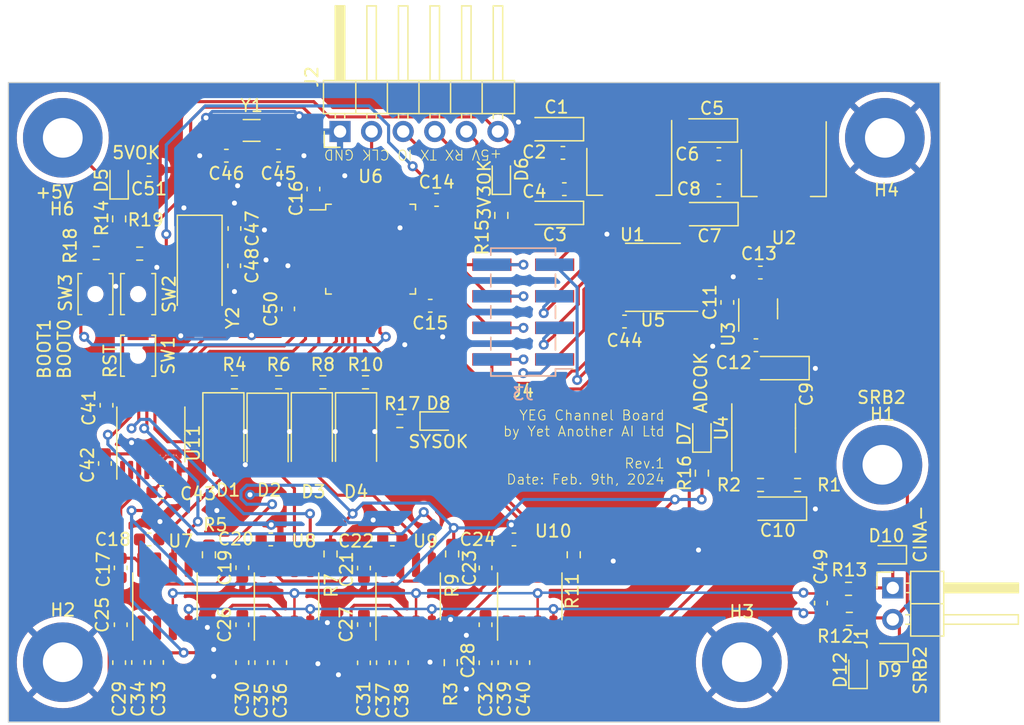
<source format=kicad_pcb>
(kicad_pcb (version 20221018) (generator pcbnew)
  (layers (0 "F.Cu" signal) (31 "B.Cu" signal) (34 "B.Paste" user) (35 "F.Paste" user) (36 "B.SilkS" user "B.Silkscreen") (37 "F.SilkS" user "F.Silkscreen") (38 "B.Mask" user) (39 "F.Mask" user) (44 "Edge.Cuts" user))
  (net 0 "")
  (net 1 "+5V")
  (net 2 "GND")
  (net 3 "+3V3")
  (net 4 "+2V5")
  (net 5 "Net-(U3-CAP+)")
  (net 6 "Net-(U3-CAP-)")
  (net 7 "-5V")
  (net 8 "-2V5")
  (net 9 "/MCU/OSC32_IN")
  (net 10 "/MCU/OSC_IN")
  (net 11 "/ADC/IN+")
  (net 12 "/ADC/IN-")
  (net 13 "/MCU/OSC32_OUT")
  (net 14 "/MCU/OSC_OUT")
  (net 15 "VDDA")
  (net 16 "/ADC/DOUT0")
  (net 17 "Net-(D1-A)")
  (net 18 "/ADC/DOUT1")
  (net 19 "Net-(D2-A)")
  (net 20 "/ADC/DOUT2")
  (net 21 "Net-(D3-A)")
  (net 22 "/ADC/DOUT3")
  (net 23 "Net-(D4-A)")
  (net 24 "Net-(D5-K)")
  (net 25 "Net-(D6-K)")
  (net 26 "Net-(D7-K)")
  (net 27 "Net-(D8-K)")
  (net 28 "/Connector/SYSOK")
  (net 29 "/ADC/SRB2")
  (net 30 "/ADC/CINA-")
  (net 31 "/Connector/UART1_TX")
  (net 32 "/Connector/UART1_RX")
  (net 33 "/Connector/SWDIO")
  (net 34 "/Connector/SWDCLK")
  (net 35 "/Connector/CS_IN")
  (net 36 "/Connector/~{OE}")
  (net 37 "/Connector/SRCLK")
  (net 38 "/Connector/SPI_SCK")
  (net 39 "/Connector/~{SRCLR}")
  (net 40 "/Connector/SPI_MISO")
  (net 41 "/Connector/RCLK")
  (net 42 "/Connector/SPI_MOSI")
  (net 43 "/Connector/CS_OUT")
  (net 44 "Net-(U4-ADJ)")
  (net 45 "/ADC/PD_SCK0")
  (net 46 "/ADC/PD_SCK1")
  (net 47 "/ADC/PD_SCK2")
  (net 48 "/Connector/BOOT1")
  (net 49 "/ADC/PD_SCK3")
  (net 50 "/Connector/BOOT0")
  (net 51 "/Connector/NRST")
  (net 54 "/ADC/CS2")
  (net 55 "/ADC/CS1")
  (net 56 "/ADC/CS0")
  (net 57 "/MCU/SPI_CS")
  (footprint "Capacitor_Tantalum_SMD:CP_EIA-3216-10_Kemet-I" (layer "F.Cu") (at 113.476552 40.047052 180)
    (fp_text reference "C5")
    (fp_text value "22u")
  )
  (footprint "Capacitor_SMD:C_0603_1608Metric" (layer "F.Cu") (at 75.964552 79.795552 90)
    (fp_text reference "C26")
    (fp_text value "100n")
  )
  (footprint "Resistor_SMD:R_0603_1608Metric" (layer "F.Cu") (at 88.627052 63.415052 180)
    (fp_text reference "R17")
    (fp_text value "24")
  )
  (footprint "Capacitor_Tantalum_SMD:CP_EIA-3216-10_Kemet-I" (layer "F.Cu") (at 113.523552 46.778052 180)
    (fp_text reference "C7")
    (fp_text value "22u")
  )
  (footprint "Resistor_SMD:R_0603_1608Metric" (layer "F.Cu") (at 78.885552 60.303052)
    (fp_text reference "R6")
    (fp_text value "40k")
  )
  (footprint "Capacitor_SMD:C_0603_1608Metric" (layer "F.Cu") (at 91.077552 54.144052)
    (fp_text reference "C15")
    (fp_text value "100n")
  )
  (footprint "MountingHole:MountingHole_3.2mm_M3_Pad_TopBottom" (layer "F.Cu") (at 61.525 40.64 -90)
    (fp_text reference "H6")
    (fp_text value "5V")
  )
  (footprint "Resistor_SMD:R_0603_1608Metric" (layer "F.Cu") (at 66.058552 47.159052 -90)
    (fp_text reference "R14")
    (fp_text value "100")
  )
  (footprint "Capacitor_SMD:C_0603_1608Metric" (layer "F.Cu") (at 91.585552 45.635052)
    (fp_text reference "C14")
    (fp_text value "100n")
  )
  (footprint "Resistor_SMD:R_0603_1608Metric" (layer "F.Cu") (at 120.617552 68.557052 180)
    (fp_text reference "R1")
    (fp_text value "240")
  )
  (footprint "Capacitor_Tantalum_SMD:CP_EIA-3216-10_Kemet-I" (layer "F.Cu") (at 101.096552 39.945052 180)
    (fp_text reference "C1")
    (fp_text value "22u")
  )
  (footprint "Package_SO:SOP-8_3.76x4.96mm_P1.27mm" (layer "F.Cu") (at 79.520552 77.512052 90)
    (fp_text reference "U8")
    (fp_text value "HX71708")
  )
  (footprint "Package_SO:SOP-8_3.76x4.96mm_P1.27mm" (layer "F.Cu") (at 69.741552 77.509552 90)
    (fp_text reference "U7")
    (fp_text value "HX71708")
  )
  (footprint "Capacitor_SMD:C_0603_1608Metric" (layer "F.Cu") (at 114.285552 41.952052 180)
    (fp_text reference "C6")
    (fp_text value "100n")
  )
  (footprint "Diode_SMD:D_0603_1608Metric" (layer "F.Cu") (at 127.889 74.168 180)
    (fp_text reference "D10")
    (fp_text value "D_TVS")
  )
  (footprint "Package_SO:TSSOP-16_4.4x5mm_P0.65mm" (layer "F.Cu") (at 108.984552 51.858052 180)
    (fp_text reference "U5")
    (fp_text value "74HC595")
  )
  (footprint "Capacitor_SMD:C_0603_1608Metric" (layer "F.Cu") (at 114.285552 44.873052 180)
    (fp_text reference "C8")
    (fp_text value "100n")
  )
  (footprint "Resistor_SMD:R_0603_1608Metric" (layer "F.Cu") (at 92.728552 82.846052 -90)
    (fp_text reference "R3")
    (fp_text value "10")
  )
  (footprint "Capacitor_SMD:C_0603_1608Metric" (layer "F.Cu") (at 87.267552 82.846052 90)
    (fp_text reference "C37")
    (fp_text value "100n")
  )
  (footprint "Capacitor_SMD:C_0603_1608Metric" (layer "F.Cu") (at 122.4915 78.0545 90)
    (fp_text reference "C49")
    (fp_text value "100n")
  )
  (footprint "Capacitor_SMD:C_0603_1608Metric" (layer "F.Cu") (at 106.698552 55.414052)
    (fp_text reference "C44")
    (fp_text value "100n")
  )
  (footprint "Package_SO:SOP-8_3.76x4.96mm_P1.27mm" (layer "F.Cu") (at 89.299552 77.512052 90)
    (fp_text reference "U9")
    (fp_text value "HX71708")
  )
  (footprint "Resistor_SMD:R_0603_1608Metric" (layer "F.Cu") (at 75.329552 60.303052)
    (fp_text reference "R4")
    (fp_text value "40k")
  )
  (footprint "Package_SO:SOIC-8_3.9x4.9mm_P1.27mm" (layer "F.Cu") (at 117.887552 63.985052 90)
    (fp_text reference "U4")
    (fp_text value "LM337L_SO8")
  )
  (footprint "MountingHole:MountingHole_3.2mm_M3_Pad_TopBottom" (layer "F.Cu") (at 61.525 82.809)
    (fp_text reference "H2")
    (fp_text value "GND")
  )
  (footprint "Capacitor_Tantalum_SMD:CP_EIA-3216-10_Kemet-I" (layer "F.Cu") (at 119.030552 70.462052 180)
    (fp_text reference "C10")
    (fp_text value "1u")
  )
  (footprint "Capacitor_SMD:C_0603_1608Metric" (layer "F.Cu") (at 79.647552 54.398052 -90)
    (fp_text reference "C50")
    (fp_text value "100n")
  )
  (footprint "Capacitor_SMD:C_0603_1608Metric" (layer "F.Cu") (at 85.743552 82.859052 90)
    (fp_text reference "C31")
    (fp_text value "100n")
  )
  (footprint "Resistor_SMD:R_0603_1608Metric" (layer "F.Cu") (at 96.792552 46.879552 -90)
    (fp_text reference "R15")
    (fp_text value "24")
  )
  (footprint "Resistor_SMD:R_0603_1608Metric" (layer "F.Cu") (at 112.921552 67.606052 -90)
    (fp_text reference "R16")
    (fp_text value "100")
  )
  (footprint "Capacitor_SMD:C_0603_1608Metric" (layer "F.Cu") (at 85.743552 75.239052 -90)
    (fp_text reference "C21")
    (fp_text value "100n")
  )
  (footprint "Capacitor_SMD:C_0603_1608Metric" (layer "F.Cu") (at 65.042552 62.145052 -90)
    (fp_text reference "C41")
    (fp_text value "100n")
  )
  (footprint "Capacitor_SMD:C_0603_1608Metric" (layer "F.Cu") (at 66.185552 75.223552 -90)
    (fp_text reference "C17")
    (fp_text value "100n")
  )
  (footprint "Resistor_SMD:R_0603_1608Metric" (layer "F.Cu") (at 85.870552 60.303052)
    (fp_text reference "R10")
    (fp_text value "40k")
  )
  (footprint "Diode_SMD:D_0603_1608Metric" (layer "F.Cu") (at 128.016 82.042 180)
    (fp_text reference "D9")
    (fp_text value "D_TVS")
  )
  (footprint "Resistor_SMD:R_0603_1608Metric" (layer "F.Cu") (at 73.279 74.168 90)
    (fp_text reference "R5")
    (fp_text value "10k")
  )
  (footprint "Capacitor_SMD:C_0603_1608Metric" (layer "F.Cu") (at 78.250552 72.937552)
    (fp_text reference "C20")
    (fp_text value "100n")
  )
  (footprint "Button_Switch_SMD:SW_SPST_B3U-1000P-B" (layer "F.Cu") (at 67.582552 58.159052 90)
    (fp_text reference "SW1")
    (fp_text value "SW_RST")
  )
  (footprint "Resistor_SMD:R_0603_1608Metric" (layer "F.Cu") (at 83.058 74.104 90)
    (fp_text reference "R7")
    (fp_text value "10k")
  )
  (footprint "Capacitor_SMD:C_0603_1608Metric" (layer "F.Cu") (at 95.522552 82.856552 90)
    (fp_text reference "C32")
    (fp_text value "100n")
  )
  (footprint "Package_SO:TSSOP-16_4.4x5mm_P0.65mm" (layer "F.Cu") (at 68.609552 64.489552 90)
    (fp_text reference "U11")
    (fp_text value "74HC4051")
  )
  (footprint "Diode_SMD:D_0603_1608Metric" (layer "F.Cu") (at 125.476 83.439 90)
    (fp_text reference "D12")
    (fp_text value "D_TVS")
  )
  (footprint "Capacitor_SMD:C_0603_1608Metric" (layer "F.Cu") (at 69.106552 82.830552 90)
    (fp_text reference "C33")
    (fp_text value "100n")
  )
  (footprint "Capacitor_SMD:C_0603_1608Metric" (layer "F.Cu") (at 101.744552 41.850052 180)
    (fp_text reference "C2")
    (fp_text value "100n")
  )
  (footprint "Resistor_SMD:R_0603_1608Metric" (layer "F.Cu") (at 124.7775 79.3245 180)
    (fp_text reference "R12")
    (fp_text value "200")
  )
  (footprint "Crystal:Crystal_SMD_3215-2Pin_3.2x1.5mm" (layer "F.Cu") (at 76.713552 40.047052)
    (fp_text reference "Y1")
    (fp_text value "32.768k")
  )
  (footprint "Package_TO_SOT_SMD:SOT-23-6" (layer "F.Cu") (at 117.445552 54.392552 90)
    (fp_text reference "U3")
    (fp_text value "LM2664M6X")
  )
  (footprint "Resistor_SMD:R_0603_1608Metric" (layer "F.Cu") (at 64.217552 49.904052 180)
    (fp_text reference "R18")
    (fp_text value "10k")
  )
  (footprint "Capacitor_SMD:C_0603_1608Metric" (layer "F.Cu") (at 64.915552 66.831052 -90)
    (fp_text reference "C42")
    (fp_text value "100n")
  )
  (footprint "Capacitor_SMD:C_0603_1608Metric" (layer "F.Cu") (at 79.012552 82.843552 90)
    (fp_text reference "C36")
    (fp_text value "100n")
  )
  (footprint "Button_Switch_SMD:SW_SPST_B3U-1000P-B" (layer "F.Cu") (at 64.153552 53.206052 -90)
    (fp_text reference "SW3")
    (fp_text value "SW_BOOT1")
  )
  (footprint "MountingHole:MountingHole_3.2mm_M3_Pad_TopBottom" (layer "F.Cu") (at 127.635 40.64)
    (fp_text reference "H4")
    (fp_text value "GND")
  )
  (footprint "Capacitor_SMD:C_0603_1608Metric" (layer "F.Cu") (at 101.858552 44.771052 180)
    (fp_text reference "C4")
    (fp_text value "100n")
  )
  (footprint "Resistor_SMD:R_0603_1608Metric" (layer "F.Cu") (at 117.633552 68.557052 180)
    (fp_text reference "R2")
    (fp_text value "240")
  )
  (footprint "Capacitor_SMD:C_0603_1608Metric" (layer "F.Cu") (at 68.458552 43.222052)
    (fp_text reference "C51")
    (fp_text value "100n")
  )
  (footprint "Diode_SMD:D_SMA" (layer "F.Cu") (at 77.996552 64.685052 -90)
    (fp_text reference "D2")
    (fp_text value "SS14")
  )
  (footprint "Capacitor_SMD:C_0603_1608Metric" (layer "F.Cu") (at 97.046552 82.843552 90)
    (fp_text reference "C39")
    (fp_text value "100n")
  )
  (footprint "Button_Switch_SMD:SW_SPST_B3U-1000P-B" (layer "F.Cu") (at 67.582552 53.206052 -90)
    (fp_text reference "SW2")
    (fp_text value "SW_BOOT0")
  )
  (footprint "Capacitor_Tantalum_SMD:CP_EIA-3216-10_Kemet-I" (layer "F.Cu") (at 119.237552 59.159052 180)
    (fp_text reference "C9")
    (fp_text value "1u")
  )
  (footprint "Capacitor_Tantalum_SMD:CP_EIA-3216-10_Kemet-I" (layer "F.Cu") (at 101.096552 46.676052 180)
    (fp_text reference "C3")
    (fp_text value "22u")
  )
  (footprint "Diode_SMD:D_SMA" (layer "F.Cu") (at 74.440552 64.653052 -90)
    (fp_text reference "D1")
    (fp_text value "SS14")
  )
  (footprint "Capacitor_SMD:C_0603_1608Metric" (layer "F.Cu") (at 95.522552 79.795552 90)
    (fp_text reference "C28")
    (fp_text value "100n")
  )
  (footprint "Resistor_SMD:R_0603_1608Metric" (layer "F.Cu") (at 124.7145 76.9115 180)
    (fp_text reference "R13")
    (fp_text value "200")
  )
  (footprint "LED_SMD:LED_0603_1608Metric" (layer "F.Cu") (at 66.058552 44.073552 90)
    (fp_text reference "D5")
    (fp_text value "LED_5VOK")
  )
  (footprint "Capacitor_SMD:C_0603_1608Metric" (layer "F.Cu") (at 69.474552 69.130052)
    (fp_text reference "C43")
    (fp_text value "100n")
  )
  (footprint "Capacitor_SMD:C_0603_1608Metric" (layer "F.Cu") (at 88.029552 72.940052)
    (fp_text reference "C22")
    (fp_text value "100n")
  )
  (footprint "Package_QFP:LQFP-48_7x7mm_P0.5mm" (layer "F.Cu") (at 86.280052 49.592052)
    (fp_text reference "U6")
    (fp_text value "CH32V103C8T6")
  )
  (footprint "Resistor_SMD:R_0603_1608Metric" (layer "F.Cu") (at 102.616 74.168 90)
    (fp_text reference "R11")
    (fp_text value "10k")
  )
  (footprint "Connector_PinHeader_2.54mm:PinHeader_1x02_P2.54mm_Horizontal" (layer "F.Cu") (at 128.27 76.835)
    (fp_text reference "J1")
    (fp_text value "Conn_ADC")
  )
  (footprint "Capacitor_SMD:C_0603_1608Metric" (layer "F.Cu") (at 75.329552 47.934052 -90)
    (fp_text reference "C47")
    (fp_text value "20p")
  )
  (footprint "Capacitor_SMD:C_0603_1608Metric" (layer "F.Cu") (at 66.185552 79.795552 90)
    (fp_text reference "C25")
    (fp_text value "100n")
  )
  (footprint "Capacitor_SMD:C_0603_1608Metric" (layer "F.Cu") (at 66.058552 82.843552 90)
    (fp_text reference "C29")
    (fp_text value "100n")
  )
  (footprint "Capacitor_SMD:C_0603_1608Metric" (layer "F.Cu") (at 114.966552 53.877052 -90)
    (fp_text reference "C11")
    (fp_text value "3.3u")
  )
  (footprint "MountingHole:MountingHole_3.2mm_M3_Pad_TopBottom" (layer "F.Cu") (at 127.438 66.934 180)
    (fp_text reference "H1")
    (fp_text value "SRB2")
  )
  (footprint "Capacitor_SMD:C_0603_1608Metric" (layer "F.Cu") (at 117.265552 57.319052 180)
    (fp_text reference "C12")
    (fp_text value "3.3u")
  )
  (footprint "MountingHole:MountingHole_3.2mm_M3_Pad_TopBottom" (layer "F.Cu") (at 116.135 82.809)
    (fp_text reference "H3")
    (fp_text value "GND")
  )
  (footprint "Capacitor_SMD:C_0603_1608Metric" (layer "F.Cu") (at 67.582552 82.830552 90)
    (fp_text reference "C34")
    (fp_text value "100n")
  )
  (footprint "LED_SMD:LED_0603_1608Metric" (layer "F.Cu") (at 96.792552 43.704552 90)
    (fp_text reference "D6")
    (fp_text value "LED_3V3OK")
  )
  (footprint "LED_SMD:LED_0603_1608Metric" (layer "F.Cu") (at 91.738052 63.415052)
    (fp_text reference "D8")
    (fp_text value "LED_SYSOK")
  )
  (footprint "Diode_SMD:D_SMA" (layer "F.Cu") (at 85.108552 64.653052 -90)
    (fp_text reference "D4")
    (fp_text value "SS14")
  )
  (footprint "Capacitor_SMD:C_0603_1608Metric" (layer "F.Cu") (at 78.872552 42.079052 180)
    (fp_text reference "C45")
    (fp_text value "12p")
  )
  (footprint "Capacitor_SMD:C_0603_1608Metric" (layer "F.Cu") (at 75.311 50.927 -90)
    (fp_text reference "C48")
    (fp_text value "20p")
  )
  (footprint "Capacitor_SMD:C_0603_1608Metric" (layer "F.Cu") (at 77.488552 82.843552 90)
    (fp_text reference "C35")
    (fp_text value "100n")
  )
  (footprint "Package_TO_SOT_SMD:SOT-223-3_TabPin2" (layer "F.Cu") (at 119.506552 43.451052 -90)
    (fp_text reference "U2")
    (fp_text value "AMS1117-2.5")
  )
  (footprint "Capacitor_SMD:C_0603_1608Metric" (layer "F.Cu") (at 85.743552 79.785052 90)
    (fp_text reference "C27")
    (fp_text value "100n")
  )
  (footprint "Diode_SMD:D_SMA" (layer "F.Cu") (at 81.552552 64.653052 -90)
    (fp_text reference "D3")
    (fp_text value "SS14")
  )
  (footprint "Capacitor_SMD:C_0603_1608Metric" (layer "F.Cu") (at 68.471552 72.937552)
    (fp_text reference "C18")
    (fp_text value "100n")
  )
  (footprint "Capacitor_SMD:C_0603_1608Metric" (layer "F.Cu") (at 117.620552 51.477052 180)
    (fp_text reference "C13")
    (fp_text value "100n")
  )
  (footprint "Capacitor_SMD:C_0603_1608Metric" (layer "F.Cu") (at 81.679552 44.759052 90)
    (fp_text reference "C16")
    (fp_text value "100n")
  )
  (footprint "Crystal:Crystal_SMD_5032-2Pin_5.0x3.2mm_HandSoldering" (layer "F.Cu") (at 72.535552 51.417052 -90)
    (fp_text reference "Y2")
    (fp_text value "8M")
  )
  (footprint "Resistor_SMD:R_0603_1608Metric" (layer "F.Cu") (at 92.837 74.104 90)
    (fp_text reference "R9")
    (fp_text value "10k")
  )
  (footprint "Capacitor_SMD:C_0603_1608Metric" (layer "F.Cu") (at 75.964552 75.210552 -90)
    (fp_text reference "C19")
    (fp_text value "100n")
  )
  (footprint "Package_SO:SOP-8_3.76x4.96mm_P1.27mm" (layer "F.Cu") (at 99.078552 77.509552 90)
    (fp_text reference "U10")
    (fp_text value "HX71708")
  )
  (footprint "Capacitor_SMD:C_0603_1608Metric" (layer "F.Cu") (at 75.964552 82.843552 90)
    (fp_text reference "C30")
    (fp_text value "100n")
  )
  (footprint "Connector_PinHeader_2.54mm:PinHeader_1x06_P2.54mm_Horizontal" (layer "F.Cu") (at 83.82 40.132 90)
    (fp_text reference "J2")
    (fp_text value "Conn_Debug")
  )
  (footprint "Package_TO_SOT_SMD:SOT-223-3_TabPin2" (layer "F.Cu") (at 107.079552 43.349052 -90)
    (fp_text reference "U1")
    (fp_text value "AMS1117-3.3")
  )
  (footprint "Connector_PinHeader_2.54mm:PinHeader_2x04_P2.54mm_Vertical_SMD" (layer "F.Cu") (at 98.555552 54.652052 180)
    (fp_text reference "J4")
    (fp_text value "Conn_SPI_Output")
  )
  (footprint "Capacitor_SMD:C_0603_1608Metric" (layer "F.Cu") (at 98.559552 82.843552 90)
    (fp_text reference "C40")
    (fp_text value "100n")
  )
  (footprint "LED_SMD:LED_0603_1608Metric" (layer "F.Cu") (at 112.921552 64.431052 90)
    (fp_text reference "D7")
    (fp_text value "LED_ADCOK")
  )
  (footprint "Capacitor_SMD:C_0603_1608Metric" (layer "F.Cu") (at 88.791552 82.846052 90)
    (fp_text reference "C38")
    (fp_text value "100n")
  )
  (footprint "Capacitor_SMD:C_0603_1608Metric" (layer "F.Cu") (at 74.681552 42.079052 180)
    (fp_text reference "C46")
    (fp_text value "12p")
  )
  (footprint "Capacitor_SMD:C_0603_1608Metric" (layer "F.Cu") (at 95.522552 75.223552 -90)
    (fp_text reference "C23")
    (fp_text value "100n")
  )
  (footprint "Resistor_SMD:R_0603_1608Metric" (layer "F.Cu") (at 67.709552 49.953052)
    (fp_text reference "R19")
    (fp_text value "10k")
  )
  (footprint "Capacitor_SMD:C_0603_1608Metric" (layer "F.Cu") (at 97.808552 72.937552)
    (fp_text reference "C24")
    (fp_text value "100n")
  )
  (footprint "Resistor_SMD:R_0603_1608Metric" (layer "F.Cu") (at 82.441552 60.303052)
    (fp_text reference "R8")
    (fp_text value "40k")
  )
  (footprint "Connector_PinSocket_2.54mm:PinSocket_2x04_P2.54mm_Vertical_SMD" (layer "B.Cu") (at 98.540552 54.652052)
    (fp_text reference "J3")
    (fp_text value "Conn_SPI_Input")
  )
  (gr_poly (pts (xy 132.08 36.195) (xy 57.15 36.195) (xy 57.15 87.63) (xy 132.08 87.63)) (stroke (width 0.1)) (fill none) (layer "Edge.Cuts"))
  (gr_text "ADCOK" (at 113.411 57.785 90) (layer "F.SilkS") (effects (font (size 1 1)) (justify right bottom)))
  (gr_text "SRB2" (at 129.413 62.103) (layer "F.SilkS") (effects (font (size 1 1)) (justify right bottom)))
  (gr_text "5VOK" (at 69.469 42.418) (layer "F.SilkS") (effects (font (size 1 1)) (justify right bottom)))
  (gr_text "+5V" (at 62.484 45.593) (layer "F.SilkS") (effects (font (size 1 1)) (justify right bottom)))
  (gr_text "YEG Channel Board\nby Yet Another AI Ltd\n\nRev.1\nDate: Feb. 9th, 2024" (at 109.982 68.58) (layer "F.SilkS") (effects (font (size 0.8001 0.8001) (thickness 0.08001)) (justify right bottom)))
  (gr_text "+5V RX TX IO CLK GND" (at 96.901 41.529 180) (layer "F.SilkS") (effects (font (size 0.8001 0.8001) (thickness 0.08001)) (justify left bottom)))
  (gr_text "3V3OK" (at 96.012 42.291 90) (layer "F.SilkS") (effects (font (size 1 1)) (justify right bottom)))
  (gr_text "SYSOK" (at 94.234 65.659) (layer "F.SilkS") (effects (font (size 1 1)) (justify right bottom)))
  (gr_text "BOOT1\nBOOT0" (at 62.23 55.118 90) (layer "F.SilkS") (effects (font (size 1 1)) (justify right bottom)))
  (gr_text "RST" (at 65.913 57.15 90) (layer "F.SilkS") (effects (font (size 1 1)) (justify right bottom)))
  (gr_text "CINA-" (at 131.064 70.104 90) (layer "F.SilkS") (effects (font (size 1 1)) (justify right bottom)))
  (gr_text "SRB2" (at 131.064 81.407 90) (layer "F.SilkS") (effects (font (size 1 1)) (justify right bottom)))
  (segment (start 96.52 40.132) (end 95.345 38.957) (width 0.25) (layer "F.Cu") (net 1))
  (segment (start 61.525 40.64) (end 64.171052 43.286052) (width 0.25) (layer "F.Cu") (net 1))
  (segment (start 66.058552 43.286052) (end 67.619552 43.286052) (width 0.25) (layer "F.Cu") (net 1))
  (segment (start 118.730552 38.777052) (end 122.573552 38.777052) (width 0.25) (layer "F.Cu") (net 1))
  (segment (start 97.37 40.982) (end 101.409604 40.982) (width 0.25) (layer "F.Cu") (net 1))
  (segment (start 102.519552 40.018052) (end 102.446552 39.945052) (width 0.25) (layer "F.Cu") (net 1))
  (segment (start 64.171052 43.286052) (end 66.058552 43.286052) (width 0.25) (layer "F.Cu") (net 1))
  (segment (start 102.519552 41.850052) (end 102.519552 40.018052) (width 0.25) (layer "F.Cu") (net 1))
  (segment (start 67.619552 43.286052) (end 67.683552 43.222052) (width 0.25) (layer "F.Cu") (net 1))
  (segment (start 67.683552 39.564552) (end 67.683552 43.222052) (width 0.25) (layer "F.Cu") (net 1))
  (segment (start 117.206552 40.301052) (end 115.080552 40.301052) (width 0.25) (layer "F.Cu") (net 1))
  (segment (start 67.621 39.502) (end 67.683552 39.564552) (width 0.25) (layer "F.Cu") (net 1))
  (segment (start 96.52 40.132) (end 97.37 40.982) (width 0.25) (layer "F.Cu") (net 1))
  (segment (start 95.345 38.957) (end 82.934581 38.957) (width 0.25) (layer "F.Cu") (net 1))
  (segment (start 106.104552 38.874052) (end 115.779552 38.874052) (width 0.25) (layer "F.Cu") (net 1))
  (segment (start 122.192552 53.255052) (end 118.395552 53.255052) (width 0.25) (layer "F.Cu") (net 1))
  (segment (start 122.881552 52.566052) (end 122.192552 53.255052) (width 0.25) (layer "F.Cu") (net 1))
  (segment (start 118.395552 53.255052) (end 118.395552 51.477052) (width 0.25) (layer "F.Cu") (net 1))
  (segment (start 65.931552 43.159052) (end 66.058552 43.286052) (width 0.25) (layer "F.Cu") (net 1))
  (segment (start 115.779552 38.874052) (end 117.206552 40.301052) (width 0.25) (layer "F.Cu") (net 1))
  (segment (start 115.060552 41.952052) (end 115.060552 40.281052) (width 0.25) (layer "F.Cu") (net 1))
  (segment (start 101.409604 40.982) (end 102.446552 39.945052) (width 0.25) (layer "F.Cu") (net 1))
  (segment (start 102.446552 39.945052) (end 104.525552 39.945052) (width 0.25) (layer "F.Cu") (net 1))
  (segment (start 115.080552 40.301052) (end 114.826552 40.047052) (width 0.25) (layer "F.Cu") (net 1))
  (segment (start 69.393948 37.729052) (end 67.621 39.502) (width 0.25) (layer "F.Cu") (net 1))
  (segment (start 118.395552 53.255052) (end 117.445552 53.255052) (width 0.25) (layer "F.Cu") (net 1))
  (segment (start 122.573552 38.777052) (end 122.881552 39.085052) (width 0.25) (layer "F.Cu") (net 1))
  (segment (start 81.706633 37.729052) (end 69.393948 37.729052) (width 0.25) (layer "F.Cu") (net 1))
  (segment (start 104.779552 40.199052) (end 106.104552 38.874052) (width 0.25) (layer "F.Cu") (net 1))
  (segment (start 117.206552 40.301052) (end 118.730552 38.777052) (width 0.25) (layer "F.Cu") (net 1))
  (segment (start 122.881552 39.085052) (end 122.881552 52.566052) (width 0.25) (layer "F.Cu") (net 1))
  (segment (start 115.060552 40.281052) (end 114.826552 40.047052) (width 0.25) (layer "F.Cu") (net 1))
  (segment (start 82.934581 38.957) (end 81.706633 37.729052) (width 0.25) (layer "F.Cu") (net 1))
  (segment (start 104.525552 39.945052) (end 104.779552 40.199052) (width 0.25) (layer "F.Cu") (net 1))
  (segment (start 95.522552 76.562448) (end 92.71 79.375) (width 0.25) (layer "F.Cu") (net 2))
  (segment (start 80.213948 50.342052) (end 79.629 50.927) (width 0.25) (layer "F.Cu") (net 2))
  (segment (start 75.329552 51.744052) (end 75.329552 53.001052) (width 0.25) (layer "F.Cu") (net 2))
  (segment (start 97.593 71.76) (end 97.593 71.947) (width 0.25) (layer "F.Cu") (net 2))
  (segment (start 85.743552 79.010052) (end 85.743552 79.229448) (width 0.25) (layer "F.Cu") (net 2))
  (segment (start 88.530052 56.780052) (end 89.027 57.277) (width 0.25) (layer "F.Cu") (net 2))
  (segment (start 82.117552 50.342052) (end 80.213948 50.342052) (width 0.25) (layer "F.Cu") (net 2))
  (segment (start 66.058552 47.984052) (end 66.058552 52.305448) (width 0.25) (layer "F.Cu") (net 2))
  (segment (start 92.360552 45.635052) (end 92.360552 46.229316) (width 0.25) (layer "F.Cu") (net 2))
  (segment (start 116.495552 55.530052) (end 116.495552 57.314052) (width 0.25) (layer "F.Cu") (net 2))
  (segment (start 95.522552 79.102448) (end 93.98 80.645) (width 0.25) (layer "F.Cu") (net 2))
  (segment (start 88.530052 53.754552) (end 88.530052 56.780052) (width 0.25) (layer "F.Cu") (net 2))
  (segment (start 95.522552 75.998552) (end 95.522552 76.562448) (width 0.25) (layer "F.Cu") (net 2))
  (segment (start 86.487 71.374) (end 87.2385 71.374) (width 0.25) (layer "F.Cu") (net 2))
  (segment (start 95.522552 79.020552) (end 95.522552 79.102448) (width 0.25) (layer "F.Cu") (net 2))
  (segment (start 87.2385 71.374) (end 88.804552 72.940052) (width 0.25) (layer "F.Cu") (net 2))
  (segment (start 75.329552 47.159052) (end 75.329552 45.889052) (width 0.25) (layer "F.Cu") (net 2))
  (segment (start 70.559551 66.289552) (end 69.909553 66.289552) (width 0.25) (layer "F.Cu") (net 2))
  (segment (start 116.495552 57.314052) (end 116.490552 57.319052) (width 0.25) (layer "F.Cu") (net 2))
  (segment (start 85.743552 79.229448) (end 82.042 82.931) (width 0.25) (layer "F.Cu") (net 2))
  (segment (start 69.088 50.5065) (end 68.534552 49.953052) (width 0.25) (layer "F.Cu") (net 2))
  (segment (start 92.360552 46.229316) (end 91.247816 47.342052) (width 0.25) (layer "F.Cu") (net 2))
  (segment (start 85.743552 76.689448) (end 82.804 79.629) (width 0.25) (layer "F.Cu") (net 2))
  (segment (start 73.914 70.612) (end 74.089704 70.612) (width 0.25) (layer "F.Cu") (net 2))
  (segment (start 84.030052 43.858948) (end 84.201 43.688) (width 0.25) (layer "F.Cu") (net 2))
  (segment (start 75.964552 79.020552) (end 73.66 81.325104) (width 0.25) (layer "F.Cu") (net 2))
  (segment (start 70.884552 67.352052) (end 70.884552 66.614553) (width 0.25) (layer "F.Cu") (net 2))
  (segment (start 69.584552 67.352052) (end 69.584552 68.245052) (width 0.25) (layer "F.Cu") (net 2))
  (segment (start 74.089704 70.612) (end 76.2 68.501704) (width 0.25) (layer "F.Cu") (net 2))
  (segment (start 76.2 68.501704) (end 76.2 66.929) (width 0.25) (layer "F.Cu") (net 2))
  (segment (start 84.030052 45.429552) (end 84.030052 43.858948) (width 0.25) (layer "F.Cu") (net 2))
  (segment (start 69.584552 68.245052) (end 68.699552 69.130052) (width 0.25) (layer "F.Cu") (net 2))
  (segment (start 69.088 51.054) (end 69.088 50.5065) (width 0.25) (layer "F.Cu") (net 2))
  (segment (start 90.442552 47.342052) (end 89.182948 47.342052) (width 0.25) (layer "F.Cu") (net 2))
  (segment (start 73.66 81.325104) (end 73.66 81.788) (width 0.25) (layer "F.Cu") (net 2))
  (segment (start 69.584552 66.614553) (end 69.584552 67.352052) (width 0.25) (layer "F.Cu") (net 2))
  (segment (start 69.909553 66.289552) (end 69.584552 66.614553) (width 0.25) (layer "F.Cu") (net 2))
  (segment (start 79.647552 42.079052) (end 80.917552 42.079052) (width 0.25) (layer "F.Cu") (net 2))
  (segment (start 73.906552 42.079052) (end 72.535552 42.079052) (width 0.25) (layer "F.Cu") (net 2))
  (segment (start 91.247816 47.342052) (end 90.442552 47.342052) (width 0.25) (layer "F.Cu") (net 2))
  (segment (start 66.058552 52.305448) (end 65.786 52.578) (width 0.25) (layer "F.Cu") (net 2))
  (segment (start 70.884552 66.614553) (end 70.559551 66.289552) (width 0.25) (layer "F.Cu") (net 2))
  (segment (start 85.743552 76.014052) (end 85.743552 76.689448) (width 0.25) (layer "F.Cu") (net 2))
  (segment (start 75.329552 45.889052) (end 75.329552 46.016052) (width 0.25) (layer "F.Cu") (net 2))
  (segment (start 75.964552 75.985552) (end 73.152 78.798104) (width 0.25) (layer "F.Cu") (net 2))
  (segment (start 97.593 71.947) (end 98.583552 72.937552) (width 0.25) (layer "F.Cu") (net 2))
  (segment (start 89.182948 47.342052) (end 88.646 47.879) (width 0.25) (layer "F.Cu") (net 2))
  (segment (start 73.152 78.798104) (end 73.152 80.01) (width 0.25) (layer "F.Cu") (net 2))
  (via (at 77.869552 50.461052) (size 0.8) (drill 0.4) (layers "F.Cu" "B.Cu") (net 2))
  (via (at 86.487 71.374) (size 0.8) (drill 0.4) (layers "F.Cu" "B.Cu") (net 2))
  (via (at 105.791 74.676) (size 0.8) (drill 0.4) (layers "F.Cu" "B.Cu") (net 2))
  (via (at 98.171 39.37) (size 0.8) (drill 0.4) (layers "F.Cu" "B.Cu") (net 2))
  (via (at 112.649 73.787) (size 0.8) (drill 0.4) (layers "F.Cu" "B.Cu") (net 2))
  (via (at 82.042 82.931) (size 0.8) (drill 0.4) (layers "F.Cu" "B.Cu") (net 2))
  (via (at 69.342 71.501) (size 0.8) (drill 0.4) (layers "F.Cu" "B.Cu") (net 2))
  (via (at 76.581 69.342) (size 0.8) (drill 0.4) (layers "F.Cu" "B.Cu") (net 2))
  (via (at 80.917552 42.079052) (size 0.8) (drill 0.4) (layers "F.Cu" "B.Cu") (net 2))
  (via (at 80.536552 38.904052) (size 0.8) (drill 0.4) (layers "F.Cu" "B.Cu") (net 2))
  (via (at 77.742552 48.048052) (size 0.8) (drill 0.4) (layers "F.Cu" "B.Cu") (net 2))
  (via (at 73.66 81.788) (size 0.8) (drill 0.4) (layers "F.Cu" "B.Cu") (net 2))
  (via (at 79.756 64.262) (size 0.8) (drill 0.4) (layers "F.Cu" "B.Cu") (net 2))
  (via (at 67.056 65.151) (size 0.8) (drill 0.4) (layers "F.Cu" "B.Cu") (net 2))
  (via (at 75.329552 45.889052) (size 0.8) (drill 0.4) (layers "F.Cu" "B.Cu") (net 2))
  (via (at 84.201 43.688) (size 0.8) (drill 0.4) (layers "F.Cu" "B.Cu") (net 2))
  (via (at 78.289 71.76) (size 0.8) (drill 0.4) (layers "F.Cu" "B.Cu") (net 2))
  (via (at 73.66 83.947) (size 0.8) (drill 0.4) (layers "F.Cu" "B.Cu") (net 2))
  (via (at 122.047 70.485) (size 0.8) (drill 0.4) (layers "F.Cu" "B.Cu") (net 2))
  (via (at 115.443 51.816) (size 0.8) (drill 0.4) (layers "F.Cu" "B.Cu") (net 2))
  (via (at 73.043552 39.031052) (size 0.8) (drill 0.4) (layers "F.Cu" "B.Cu") (net 2))
  (via (at 89.027 57.277) (size 0.8) (drill 0.4) (layers "F.Cu" "B.Cu") (net 2))
  (via (at 75.583552 44.492052) (size 0.8) (drill 0.4) (layers "F.Cu" "B.Cu") (net 2))
  (via (at 71.265552 46.270052) (size 0.8) (drill 0.4) (layers "F.Cu" "B.Cu") (net 2))
  (via (at 93.98 84.963) (size 0.8) (drill 0.4) (layers "F.Cu" "B.Cu") (net 2))
  (via (at 76.708 56.515) (size 0.8) (drill 0.4) (layers "F.Cu" "B.Cu") (net 2))
  (via (at 86.614 64.262) (size 0.8) (drill 0.4) (layers "F.Cu" "B.Cu") (net 2))
  (via (at 75.329552 53.001052) (size 0.8) (drill 0.4) (layers "F.Cu" "B.Cu") (net 2))
  (via (at 91.059 82.804) (size 0.8) (drill 0.4) (layers "F.Cu" "B.Cu") (net 2))
  (via (at 78.885552 44.365052) (size 0.8) (drill 0.4) (layers "F.Cu" "B.Cu") (net 2))
  (via (at 72.535552 42.079052) (size 0.8) (drill 0.4) (layers "F.Cu" "B.Cu") (net 2))
  (via (at 79.629 50.927) (size 0.8) (drill 0.4) (layers "F.Cu" "B.Cu") (net 2))
  (via (at 82.804 79.629) (size 0.8) (drill 0.4) (layers "F.Cu" "B.Cu") (net 2))
  (via (at 83.693 83.82) (size 0.8) (drill 0.4) (layers "F.Cu" "B.Cu") (net 2))
  (via (at 88.646 47.879) (size 0.8) (drill 0.4) (layers "F.Cu" "B.Cu") (net 2))
  (via (at 76.2 66.929) (size 0.8) (drill 0.4) (layers "F.Cu" "B.Cu") (net 2))
  (via (at 97.593 71.76) (size 0.8) (drill 0.4) (layers "F.Cu" "B.Cu") (net 2))
  (via (at 92.075 56.642) (size 0.8) (drill 0.4) (layers "F.Cu" "B.Cu") (net 2))
  (via (at 113.792 57.404) (size 0.8) (drill 0.4) (layers "F.Cu" "B.Cu") (net 2))
  (via (at 76.2 64.262) (size 0.8) (drill 0.4) (layers "F.Cu" "B.Cu") (net 2))
  (via (at 73.914 70.612) (size 0.8) (drill 0.4) (layers "F.Cu" "B.Cu") (net 2))
  (via (at 65.786 52.578) (size 0.8) (drill 0.4) (layers "F.Cu" "B.Cu") (net 2))
  (via (at 71.011552 56.557052) (size 0.8) (drill 0.4) (layers "F.Cu" "B.Cu") (net 2))
  (via (at 73.152 80.01) (size 0.8) (drill 0.4) (layers "F.Cu" "B.Cu") (net 2))
  (via (at 69.088 51.054) (size 0.8) (drill 0.4) (layers "F.Cu" "B.Cu") (net 2))
  (via (at 105.283 48.387) (size 0.8) (drill 0.4) (layers "F.Cu" "B.Cu") (net 2))
  (via (at 92.71 79.375) (size 0.8) (drill 0.4) (layers "F.Cu" "B.Cu") (net 2))
  (via (at 83.439 64.262) (size 0.8) (drill 0.4) (layers "F.Cu" "B.Cu") (net 2))
  (via (at 122.047 59.182) (size 0.8) (drill 0.4) (layers "F.Cu" "B.Cu") (net 2))
  (via (at 93.98 80.645) (size 0.8) (drill 0.4) (layers "F.Cu" "B.Cu") (net 2))
  (segment (start 84.535695 71.591) (end 82.286695 69.342) (width 0.25) (layer "B.Cu") (net 2))
  (segment (start 80.917552 42.079052) (end 80.917552 43.349052) (width 0.25) (layer "B.Cu") (net 2))
  (segment (start 86.487 71.374) (end 86.27 71.591) (width 0.25) (layer "B.Cu") (net 2))
  (segment (start 80.917552 43.349052) (end 79.901552 44.365052) (width 0.25) (layer "B.Cu") (net 2))
  (segment (start 80.917552 42.079052) (end 80.917552 39.285052) (width 0.25) (layer "B.Cu") (net 2))
  (segment (start 80.917552 39.285052) (end 80.536552 38.904052) (width 0.25) (layer "B.Cu") (net 2))
  (segment (start 80.155552 38.523052) (end 74.567552 38.523052) (width 0.25) (layer "B.Cu") (net 2))
  (segment (start 73.152 80.01) (end 73.152 81.28) (width 0.25) (layer "B.Cu") (net 2))
  (segment (start 73.152 81.28) (end 73.66 81.788) (width 0.25) (layer "B.Cu") (net 2))
  (segment (start 71.265552 46.270052) (end 71.265552 46.397052) (width 0.25) (layer "B.Cu") (net 2))
  (segment (start 77.869552 52.239052) (end 77.869552 50.461052) (width 0.25) (layer "B.Cu") (net 2))
  (segment (start 80.536552 38.904052) (end 80.155552 38.523052) (width 0.25) (layer "B.Cu") (net 2))
  (segment (start 82.286695 69.342) (end 76.581 69.342) (width 0.25) (layer "B.Cu") (net 2))
  (segment (start 77.107552 53.001052) (end 77.869552 52.239052) (width 0.25) (layer "B.Cu") (net 2))
  (segment (start 71.392552 46.270052) (end 71.265552 46.270052) (width 0.25) (layer "B.Cu") (net 2))
  (segment (start 73.170552 43.603052) (end 74.059552 44.492052) (width 0.25) (layer "B.Cu") (net 2))
  (segment (start 75.329552 53.001052) (end 77.107552 53.001052) (width 0.25) (layer "B.Cu") (net 2))
  (segment (start 71.011552 56.557052) (end 71.138552 56.557052) (width 0.25) (layer "B.Cu") (net 2))
  (segment (start 75.329552 45.889052) (end 76.599552 45.889052) (width 0.25) (layer "B.Cu") (net 2))
  (segment (start 72.535552 42.968052) (end 73.170552 43.603052) (width 0.25) (layer "B.Cu") (net 2))
  (segment (start 71.265552 46.397052) (end 70.630552 47.032052) (width 0.25) (layer "B.Cu") (net 2))
  (segment (start 75.456552 53.128052) (end 75.329552 53.001052) (width 0.25) (layer "B.Cu") (net 2))
  (segment (start 75.329552 45.889052) (end 71.773552 45.889052) (width 0.25) (layer "B.Cu") (net 2))
  (segment (start 74.567552 38.523052) (end 73.551552 38.523052) (width 0.25) (layer "B.Cu") (net 2))
  (segment (start 73.043552 39.031052) (end 72.535552 39.539052) (width 0.25) (layer "B.Cu") (net 2))
  (segment (start 74.059552 44.492052) (end 75.583552 44.492052) (width 0.25) (layer "B.Cu") (net 2))
  (segment (start 79.901552 44.365052) (end 78.885552 44.365052) (width 0.25) (layer "B.Cu") (net 2))
  (segment (start 74.694552 56.811052) (end 75.456552 56.049052) (width 0.25) (layer "B.Cu") (net 2))
  (segment (start 76.599552 45.889052) (end 77.742552 47.032052) (width 0.25) (layer "B.Cu") (net 2))
  (segment (start 77.742552 48.048052) (end 77.742552 47.921052) (width 0.25) (layer "B.Cu") (net 2))
  (segment (start 73.551552 38.523052) (end 73.043552 39.031052) (width 0.25) (layer "B.Cu") (net 2))
  (segment (start 71.138552 56.557052) (end 71.392552 56.811052) (width 0.25) (layer "B.Cu") (net 2))
  (segment (start 72.535552 42.079052) (end 72.535552 42.968052) (width 0.25) (layer "B.Cu") (net 2))
  (segment (start 71.773552 45.889052) (end 71.392552 46.270052) (width 0.25) (layer "B.Cu") (net 2))
  (segment (start 86.27 71.591) (end 84.535695 71.591) (width 0.25) (layer "B.Cu") (net 2))
  (segment (start 71.011552 56.430052) (end 71.011552 56.557052) (width 0.25) (layer "B.Cu") (net 2))
  (segment (start 75.456552 56.049052) (end 75.456552 53.128052) (width 0.25) (layer "B.Cu") (net 2))
  (segment (start 71.392552 56.811052) (end 74.694552 56.811052) (width 0.25) (layer "B.Cu") (net 2))
  (segment (start 72.535552 39.539052) (end 72.535552 42.079052) (width 0.25) (layer "B.Cu") (net 2))
  (segment (start 70.630552 47.032052) (end 70.630552 56.049052) (width 0.25) (layer "B.Cu") (net 2))
  (segment (start 77.742552 47.032052) (end 77.742552 48.048052) (width 0.25) (layer "B.Cu") (net 2))
  (segment (start 70.630552 56.049052) (end 71.011552 56.430052) (width 0.25) (layer "B.Cu") (net 2))
  (segment (start 107.184552 53.912052) (end 106.963552 54.133052) (width 0.25) (layer "F.Cu") (net 3))
  (segment (start 83.783552 52.692052) (end 88.772816 52.692052) (width 0.25) (layer "F.Cu") (net 3))
  (segment (start 82.922816 46.842052) (end 83.180052 47.099288) (width 0.25) (layer "F.Cu") (net 3))
  (segment (start 81.039496 50.842052) (end 82.117552 50.842052) (width 0.25) (layer "F.Cu") (net 3))
  (segment (start 81.679552 46.404052) (end 82.117552 46.842052) (width 0.25) (layer "F.Cu") (net 3))
  (segment (start 83.530052 46.234816) (end 84.137288 46.842052) (width 0.25) (layer "F.Cu") (net 3))
  (segment (start 67.582552 54.906052) (end 69.85 52.638604) (width 0.25) (layer "F.Cu") (net 3))
  (segment (start 102.623552 46.499052) (end 102.446552 46.676052) (width 0.25) (layer "F.Cu") (net 3))
  (segment (start 107.079552 46.499052) (end 107.079552 40.199052) (width 0.25) (layer "F.Cu") (net 3))
  (segment (start 82.117552 46.842052) (end 82.922816 46.842052) (width 0.25) (layer "F.Cu") (net 3))
  (segment (start 81.679552 45.534052) (end 83.425552 45.534052) (width 0.25) (layer "F.Cu") (net 3))
  (segment (start 90.302552 54.144052) (end 90.302552 55.910448) (width 0.25) (layer "F.Cu") (net 3))
  (segment (start 89.030052 52.949288) (end 89.030052 53.754552) (width 0.25) (layer "F.Cu") (net 3))
  (segment (start 65.042552 61.370052) (end 66.077552 61.370052) (width 0.25) (layer "F.Cu") (net 3))
  (segment (start 106.963552 54.133052) (end 106.122052 54.133052) (width 0.25) (layer "F.Cu") (net 3))
  (segment (start 79.647552 53.623052) (end 79.647552 52.233996) (width 0.25) (layer "F.Cu") (net 3))
  (segment (start 67.182552 54.906052) (end 66.334552 55.754052) (width 0.25) (layer "F.Cu") (net 3))
  (segment (start 88.772816 52.692052) (end 89.030052 52.949288) (width 0.25) (layer "F.Cu") (net 3))
  (segment (start 102.446552 46.676052) (end 102.446552 44.958052) (width 0.25) (layer "F.Cu") (net 3))
  (segment (start 84.137288 46.842052) (end 90.442552 46.842052) (width 0.25) (layer "F.Cu") (net 3))
  (segment (start 100.779552 42.917052) (end 102.633552 44.771052) (width 0.25) (layer "F.Cu") (net 3))
  (segment (start 66.334552 55.754052) (end 66.334552 61.627052) (width 0.25) (layer "F.Cu") (net 3))
  (segment (start 89.662 42.926) (end 90.810552 44.074552) (width 0.25) (layer "F.Cu") (net 3))
  (segment (start 105.923552 58.739753) (end 105.923552 55.414052) (width 0.25) (layer "F.Cu") (net 3))
  (segment (start 64.153552 54.906052) (end 67.582552 54.906052) (width 0.25) (layer "F.Cu") (net 3))
  (segment (start 89.419552 54.144052) (end 89.030052 53.754552) (width 0.25) (layer "F.Cu") (net 3))
  (segment (start 79.647552 52.233996) (end 81.039496 50.842052) (width 0.25) (layer "F.Cu") (net 3))
  (segment (start 90.810552 45.635052) (end 90.810552 46.474052) (width 0.25) (layer "F.Cu") (net 3))
  (segment (start 106.122052 55.215552) (end 105.923552 55.414052) (width 0.25) (layer "F.Cu") (net 3))
  (segment (start 90.302552 55.910448) (end 95.775156 61.383052) (width 0.25) (layer "F.Cu") (net 3))
  (segment (start 95.775156 61.383052) (end 103.280253 61.383052) (width 0.25) (layer "F.Cu") (net 3))
  (segment (start 107.079552 46.499052) (end 102.623552 46.499052) (width 0.25) (layer "F.Cu") (net 3))
  (segment (start 102.446552 44.958052) (end 102.633552 44.771052) (width 0.25) (layer "F.Cu") (net 3))
  (segment (start 83.330552 51.249788) (end 83.330552 52.239052) (width 0.25) (layer "F.Cu") (net 3))
  (segment (start 66.077552 61.370052) (end 66.334552 61.627052) (width 0.25) (layer "F.Cu") (net 3))
  (segment (start 106.122052 54.133052) (end 106.122052 55.215552) (width 0.25) (layer "F.Cu") (net 3))
  (segment (start 90.302552 54.144052) (end 89.419552 54.144052) (width 0.25) (layer "F.Cu") (net 3))
  (segment (start 83.330552 52.239052) (end 83.783552 52.692052) (width 0.25) (layer "F.Cu") (net 3))
  (segment (start 90.810552 46.474052) (end 90.442552 46.842052) (width 0.25) (layer "F.Cu") (net 3))
  (segment (start 82.922816 50.842052) (end 83.330552 51.249788) (width 0.25) (layer "F.Cu") (net 3))
  (segment (start 81.679552 45.534052) (end 81.679552 46.404052) (width 0.25) (layer "F.Cu") (net 3))
  (segment (start 103.280253 61.383052) (end 105.923552 58.739753) (width 0.25) (layer "F.Cu") (net 3))
  (segment (start 69.85 52.638604) (end 69.85 48.387) (width 0.25) (layer "F.Cu") (net 3))
  (segment (start 83.530052 45.429552) (end 83.530052 46.234816) (width 0.25) (layer "F.Cu") (net 3))
  (segment (start 107.184552 46.604052) (end 107.184552 53.912052) (width 0.25) (layer "F.Cu") (net 3))
  (segment (start 67.582552 54.906052) (end 67.182552 54.906052) (width 0.25) (layer "F.Cu") (net 3))
  (segment (start 83.180052 47.099288) (end 83.180052 50.584816) (width 0.25) (layer "F.Cu") (net 3))
  (segment (start 82.922816 50.842052) (end 82.117552 50.842052) (width 0.25) (layer "F.Cu") (net 3))
  (segment (start 83.425552 45.534052) (end 83.530052 45.429552) (width 0.25) (layer "F.Cu") (net 3))
  (segment (start 96.792552 42.917052) (end 100.779552 42.917052) (width 0.25) (layer "F.Cu") (net 3))
  (segment (start 83.180052 50.584816) (end 82.922816 50.842052) (width 0.25) (layer "F.Cu") (net 3))
  (segment (start 107.079552 46.499052) (end 107.184552 46.604052) (width 0.25) (layer "F.Cu") (net 3))
  (segment (start 90.810552 44.074552) (end 90.810552 45.635052) (width 0.25) (layer "F.Cu") (net 3))
  (via (at 69.85 48.387) (size 0.8) (drill 0.4) (layers "F.Cu" "B.Cu") (net 3))
  (via (at 89.662 42.926) (size 0.8) (drill 0.4) (layers "F.Cu" "B.Cu") (net 3))
  (segment (start 72.976247 38.073052) (end 86.152753 38.073052) (width 0.25) (layer "B.Cu") (net 3))
  (segment (start 69.85 48.387) (end 69.85 41.199299) (width 0.25) (layer "B.Cu") (net 3))
  (segment (start 86.152753 38.073052) (end 87.725 39.645299) (width 0.25) (layer "B.Cu") (net 3))
  (segment (start 87.725 39.645299) (end 87.725 40.989) (width 0.25) (layer "B.Cu") (net 3))
  (segment (start 87.725 40.989) (end 89.662 42.926) (width 0.25) (layer "B.Cu") (net 3))
  (segment (start 69.85 41.199299) (end 72.976247 38.073052) (width 0.25) (layer "B.Cu") (net 3))
  (segment (start 89.662 42.926) (end 89.535 42.926) (width 0.25) (layer "B.Cu") (net 3))
  (segment (start 77.615552 74.974552) (end 78.885552 74.974552) (width 0.25) (layer "F.Cu") (net 4))
  (segment (start 95.522552 74.7395) (end 95.522552 74.448552) (width 0.25) (layer "F.Cu") (net 4))
  (segment (start 78.885552 74.974552) (end 78.885552 75.962051) (width 0.25) (layer "F.Cu") (net 4))
  (segment (start 64.915552 66.056052) (end 67.076051 66.056052) (width 0.25) (layer "F.Cu") (net 4))
  (segment (start 69.106552 74.972052) (end 69.106552 75.959551) (width 0.25) (layer "F.Cu") (net 4))
  (segment (start 115.050552 46.601052) (end 114.873552 46.778052) (width 0.25) (layer "F.Cu") (net 4))
  (segment (start 75.964552 74.435552) (end 77.076552 74.435552) (width 0.25) (layer "F.Cu") (net 4))
  (segment (start 66.185552 74.448552) (end 67.313052 74.448552) (width 0.25) (layer "F.Cu") (net 4))
  (segment (start 69.669527 76.522526) (end 73.877578 76.522526) (width 0.25) (layer "F.Cu") (net 4))
  (segment (start 67.836552 74.972052) (end 69.106552 74.972052) (width 0.25) (layer "F.Cu") (net 4))
  (segment (start 67.634552 67.352052) (end 67.634552 69.008143) (width 0.25) (layer "F.Cu") (net 4))
  (segment (start 69.106552 75.959551) (end 69.669527 76.522526) (width 0.25) (layer "F.Cu") (net 4))
  (segment (start 106.656052 76.284552) (end 98.768553 76.284552) (width 0.25) (layer "F.Cu") (net 4))
  (segment (start 77.076552 74.435552) (end 77.615552 74.974552) (width 0.25) (layer "F.Cu") (net 4))
  (segment (start 67.634552 69.008143) (end 66.185552 70.457143) (width 0.25) (layer "F.Cu") (net 4))
  (segment (start 79.210553 76.287052) (end 83.920552 76.287052) (width 0.25) (layer "F.Cu") (net 4))
  (segment (start 97.033552 74.832052) (end 97.173552 74.972052) (width 0.25) (layer "F.Cu") (net 4))
  (segment (start 119.506552 40.301052) (end 119.506552 46.601052) (width 0.25) (layer "F.Cu") (net 4))
  (segment (start 87.254552 74.834552) (end 87.394552 74.974552) (width 0.25) (layer "F.Cu") (net 4))
  (segment (start 114.873552 45.060052) (end 115.060552 44.873052) (width 0.25) (layer "F.Cu") (net 4))
  (segment (start 88.664552 75.962051) (end 88.989553 76.287052) (width 0.25) (layer "F.Cu") (net 4))
  (segment (start 67.696552 72.937552) (end 67.696552 74.832052) (width 0.25) (layer "F.Cu") (net 4))
  (segment (start 92.728552 80.5555) (end 97.173552 76.1105) (width 0.25) (layer "F.Cu") (net 4))
  (segment (start 87.394552 74.974552) (end 88.664552 74.974552) (width 0.25) (layer "F.Cu") (net 4))
  (segment (start 86.884052 74.464052) (end 87.394552 74.974552) (width 0.25) (layer "F.Cu") (net 4))
  (segment (start 98.443552 75.959551) (end 98.443552 74.972052) (width 0.25) (layer "F.Cu") (net 4))
  (segment (start 119.506552 46.601052) (end 115.050552 46.601052) (width 0.25) (layer "F.Cu") (net 4))
  (segment (start 67.313052 74.448552) (end 67.836552 74.972052) (width 0.25) (layer "F.Cu") (net 4))
  (segment (start 67.076051 66.056052) (end 67.634552 66.614553) (width 0.25) (layer "F.Cu") (net 4))
  (segment (start 85.743552 74.464052) (end 86.884052 74.464052) (width 0.25) (layer "F.Cu") (net 4))
  (segment (start 88.664552 74.974552) (end 88.664552 75.962051) (width 0.25) (layer "F.Cu") (net 4))
  (segment (start 66.185552 70.457143) (end 66.185552 74.448552) (width 0.25) (layer "F.Cu") (net 4))
  (segment (start 96.650052 74.448552) (end 97.173552 74.972052) (width 0.25) (layer "F.Cu") (net 4))
  (segment (start 77.475552 72.937552) (end 77.475552 74.834552) (width 0.25) (layer "F.Cu") (net 4))
  (segment (start 112.921552 63.643552) (end 112.921552 53.186052) (width 0.25) (layer "F.Cu") (net 4))
  (segment (start 87.254552 72.940052) (end 87.254552 74.834552) (width 0.25) (layer "F.Cu") (net 4))
  (segment (start 67.696552 74.832052) (end 67.836552 74.972052) (width 0.25) (layer "F.Cu") (net 4))
  (segment (start 112.921552 53.186052) (end 119.506552 46.601052) (width 0.25) (layer "F.Cu") (net 4))
  (segment (start 77.475552 74.834552) (end 77.615552 74.974552) (width 0.25) (layer "F.Cu") (net 4))
  (segment (start 97.173552 76.1105) (end 97.173552 74.972052) (width 0.25) (layer "F.Cu") (net 4))
  (segment (start 115.060552 46.591052) (end 114.873552 46.778052) (width 0.25) (layer "F.Cu") (net 4))
  (segment (start 98.768553 76.284552) (end 98.443552 75.959551) (width 0.25) (layer "F.Cu") (net 4))
  (segment (start 92.728552 82.021052) (end 92.728552 80.5555) (width 0.25) (layer "F.Cu") (net 4))
  (segment (start 78.885552 75.962051) (end 79.210553 76.287052) (width 0.25) (layer "F.Cu") (net 4))
  (segment (start 93.975 76.287052) (end 95.522552 74.7395) (width 0.25) (layer "F.Cu") (net 4))
  (segment (start 88.989553 76.287052) (end 93.975 76.287052) (width 0.25) (layer "F.Cu") (net 4))
  (segment (start 83.920552 76.287052) (end 85.743552 74.464052) (width 0.25) (layer "F.Cu") (net 4))
  (segment (start 115.060552 44.873052) (end 115.060552 46.591052) (width 0.25) (layer "F.Cu") (net 4))
  (segment (start 67.634552 66.614553) (end 67.634552 67.352052) (width 0.25) (layer "F.Cu") (net 4))
  (segment (start 97.173552 74.972052) (end 98.443552 74.972052) (width 0.25) (layer "F.Cu") (net 4))
  (segment (start 111.905552 71.035052) (end 106.656052 76.284552) (width 0.25) (layer "F.Cu") (net 4))
  (segment (start 73.877578 76.522526) (end 75.964552 74.435552) (width 0.25) (layer "F.Cu") (net 4))
  (segment (start 95.522552 74.448552) (end 96.650052 74.448552) (width 0.25) (layer "F.Cu") (net 4))
  (segment (start 111.905552 64.659552) (end 111.905552 71.035052) (width 0.25) (layer "F.Cu") (net 4))
  (segment (start 97.033552 72.937552) (end 97.033552 74.832052) (width 0.25) (layer "F.Cu") (net 4))
  (segment (start 112.921552 63.643552) (end 111.905552 64.659552) (width 0.25) (layer "F.Cu") (net 4))
  (segment (start 114.966552 53.102052) (end 116.342552 53.102052) (width 0.25) (layer "F.Cu") (net 5))
  (segment (start 116.342552 53.102052) (end 116.495552 53.255052) (width 0.25) (layer "F.Cu") (net 5))
  (segment (start 118.159052 54.542552) (end 118.395552 54.779052) (width 0.25) (layer "F.Cu") (net 6))
  (segment (start 118.395552 54.779052) (end 118.395552 55.530052) (width 0.25) (layer "F.Cu") (net 6))
  (segment (start 114.966552 54.652052) (end 115.076052 54.542552) (width 0.25) (layer "F.Cu") (net 6))
  (segment (start 115.076052 54.542552) (end 118.159052 54.542552) (width 0.25) (layer "F.Cu") (net 6))
  (segment (start 117.644552 58.916052) (end 117.887552 59.159052) (width 0.25) (layer "F.Cu") (net 7))
  (segment (start 118.522552 61.510052) (end 118.522552 59.794052) (width 0.25) (layer "F.Cu") (net 7))
  (segment (start 117.887552 59.159052) (end 117.887552 57.472052) (width 0.25) (layer "F.Cu") (net 7))
  (segment (start 117.252552 66.460052) (end 117.252552 61.510052) (width 0.25) (layer "F.Cu") (net 7))
  (segment (start 117.445552 55.530052) (end 117.445552 56.724052) (width 0.25) (layer "F.Cu") (net 7))
  (segment (start 117.445552 56.724052) (end 118.040552 57.319052) (width 0.25) (layer "F.Cu") (net 7))
  (segment (start 117.887552 57.472052) (end 118.040552 57.319052) (width 0.25) (layer "F.Cu") (net 7))
  (segment (start 118.522552 59.794052) (end 117.887552 59.159052) (width 0.25) (layer "F.Cu") (net 7))
  (segment (start 117.252552 61.510052) (end 117.252552 59.794052) (width 0.25) (layer "F.Cu") (net 7))
  (segment (start 118.522552 61.510052) (end 118.522552 66.460052) (width 0.25) (layer "F.Cu") (net 7))
  (segment (start 117.252552 59.794052) (end 117.887552 59.159052) (width 0.25) (layer "F.Cu") (net 7))
  (segment (start 117.252552 66.460052) (end 118.522552 66.460052) (width 0.25) (layer "F.Cu") (net 7))
  (segment (start 98.443552 80.047052) (end 98.443552 81.952552) (width 0.25) (layer "F.Cu") (net 8))
  (segment (start 78.885552 80.049552) (end 78.885552 79.062053) (width 0.25) (layer "F.Cu") (net 8))
  (segment (start 107.477448 82.068552) (end 98.559552 82.068552) (width 0.25) (layer "F.Cu") (net 8))
  (segment (start 78.055499 78.232) (end 75.184 78.232) (width 0.25) (layer "F.Cu") (net 8))
  (segment (start 81.888448 82.068552) (end 79.012552 82.068552) (width 0.25) (layer "F.Cu") (net 8))
  (segment (start 68.767604 70.612) (end 67.056 70.612) (width 0.25) (layer "F.Cu") (net 8))
  (segment (start 117.680552 70.462052) (end 117.680552 71.865448) (width 0.25) (layer "F.Cu") (net 8))
  (segment (start 88.664552 80.049552) (end 88.664552 81.944052) (width 0.25) (layer "F.Cu") (net 8))
  (segment (start 69.093552 82.068552) (end 69.106552 82.055552) (width 0.25) (layer "F.Cu") (net 8))
  (segment (start 112.921552 68.431052) (end 116.682552 68.431052) (width 0.25) (layer "F.Cu") (net 8))
  (segment (start 88.778552 82.084052) (end 88.791552 82.071052) (width 0.25) (layer "F.Cu") (net 8))
  (segment (start 116.682552 68.431052) (end 116.808552 68.557052) (width 0.25) (layer "F.Cu") (net 8))
  (segment (start 107.124 73.343) (end 110.744 69.723) (width 0.25) (layer "F.Cu") (net 8))
  (segment (start 78.885552 79.062053) (end 78.055499 78.232) (width 0.25) (layer "F.Cu") (net 8))
  (segment (start 88.664552 79.062053) (end 87.837551 78.235052) (width 0.25) (layer "F.Cu") (net 8))
  (segment (start 70.234552 69.115052) (end 70.249552 69.130052) (width 0.25) (layer "F.Cu") (net 8))
  (segment (start 72.145305 82.042) (end 71.247 82.042) (width 0.25) (layer "F.Cu") (net 8))
  (segment (start 98.546552 82.081552) (end 98.559552 82.068552) (width 0.25) (layer "F.Cu") (net 8))
  (segment (start 70.249552 69.130052) (end 68.767604 70.612) (width 0.25) (layer "F.Cu") (net 8))
  (segment (start 115.982552 67.731052) (end 115.982552 66.460052) (width 0.25) (layer "F.Cu") (net 8))
  (segment (start 84.709 79.248) (end 81.888448 82.068552) (width 0.25) (layer "F.Cu") (net 8))
  (segment (start 88.664552 81.944052) (end 88.791552 82.071052) (width 0.25) (layer "F.Cu") (net 8))
  (segment (start 79.012552 82.068552) (end 75.964552 82.068552) (width 0.25) (layer "F.Cu") (net 8))
  (segment (start 116.808552 69.590052) (end 117.680552 70.462052) (width 0.25) (layer "F.Cu") (net 8))
  (segment (start 117.680552 71.865448) (end 107.477448 82.068552) (width 0.25) (layer "F.Cu") (net 8))
  (segment (start 116.808552 68.557052) (end 115.982552 67.731052) (width 0.25) (layer "F.Cu") (net 8))
  (segment (start 78.885552 81.941552) (end 79.012552 82.068552) (width 0.25) (layer "F.Cu") (net 8))
  (segment (start 92.964 73.152) (end 92.837 73.279) (width 0.25) (layer "F.Cu") (net 8))
  (segment (start 75.12 73.343) (end 78.359 70.104) (width 0.25) (layer "F.Cu") (net 8))
  (segment (start 83.058 72.644) (end 84.836 70.866) (width 0.25) (layer "F.Cu") (net 8))
  (segment (start 85.743552 82.084052) (end 88.778552 82.084052) (width 0.25) (layer "F.Cu") (net 8))
  (segment (start 74.422 79.765305) (end 72.145305 82.042) (width 0.25) (layer "F.Cu") (net 8))
  (segment (start 87.837551 78.235052) (end 84.959948 78.235052) (width 0.25) (layer "F.Cu") (net 8))
  (segment (start 116.808552 68.557052) (end 116.808552 69.590052) (width 0.25) (layer "F.Cu") (net 8))
  (segment (start 92.964 72.009) (end 92.964 73.152) (width 0.25) (layer "F.Cu") (net 8))
  (segment (start 102.616 73.343) (end 107.124 73.343) (width 0.25) (layer "F.Cu") (net 8))
  (segment (start 71.360448 82.055552) (end 69.106552 82.055552) (width 0.25) (layer "F.Cu") (net 8))
  (segment (start 74.422 78.994) (end 74.422 79.765305) (width 0.25) (layer "F.Cu") (net 8))
  (segment (start 66.058552 82.068552) (end 69.093552 82.068552) (width 0.25) (layer "F.Cu") (net 8))
  (segment (start 73.279 73.343) (end 75.12 73.343) (width 0.25) (layer "F.Cu") (net 8))
  (segment (start 78.885552 80.049552) (end 78.885552 81.941552) (width 0.25) (layer "F.Cu") (net 8))
  (segment (start 95.522552 82.081552) (end 98.546552 82.081552) (width 0.25) (layer "F.Cu") (net 8))
  (segment (start 84.709 78.486) (end 84.709 79.248) (width 0.25) (layer "F.Cu") (net 8))
  (segment (start 75.184 78.232) (end 74.422 78.994) (width 0.25) (layer "F.Cu") (net 8))
  (segment (start 112.921552 69.704448) (end 112.903 69.723) (width 0.25) (layer "F.Cu") (net 8))
  (segment (start 83.058 73.279) (end 83.058 72.644) (width 0.25) (layer "F.Cu") (net 8))
  (segment (start 88.664552 80.049552) (end 88.664552 79.062053) (width 0.25) (layer "F.Cu") (net 8))
  (segment (start 112.921552 68.431052) (end 112.921552 69.704448) (width 0.25) (layer "F.Cu") (net 8))
  (segment (start 69.106552 82.055552) (end 69.106552 80.047052) (width 0.25) (layer "F.Cu") (net 8))
  (segment (start 98.443552 81.952552) (end 98.559552 82.068552) (width 0.25) (layer "F.Cu") (net 8))
  (segment (start 70.234552 67.352052) (end 70.234552 69.115052) (width 0.25) (layer "F.Cu") (net 8))
  (segment (start 84.959948 78.235052) (end 84.709 78.486) (width 0.25) (layer "F.Cu") (net 8))
  (via (at 78.359 70.104) (size 0.8) (drill 0.4) (layers "F.Cu" "B.Cu") (net 8))
  (via (at 92.964 72.009) (size 0.8) (drill 0.4) (layers "F.Cu" "B.Cu") (net 8))
  (via (at 112.903 69.723) (size 0.8) (drill 0.4) (layers "F.Cu" "B.Cu") (net 8))
  (via (at 67.056 70.612) (size 0.8) (drill 0.4) (layers "F.Cu" "B.Cu") (net 8))
  (via (at 71.247 82.042) (size 0.8) (drill 0.4) (layers "F.Cu" "B.Cu") (net 8))
  (via (at 84.836 70.866) (size 0.8) (drill 0.4) (layers "F.Cu" "B.Cu") (net 8))
  (via (at 110.744 69.723) (size 0.8) (drill 0.4) (layers "F.Cu" "B.Cu") (net 8))
  (segment (start 76.317695 68.58) (end 82.55 68.58) (width 0.25) (layer "B.Cu") (net 8))
  (segment (start 67.056 70.612) (end 67.056 77.851) (width 0.25) (layer "B.Cu") (net 8))
  (segment (start 85.688 70.014) (end 90.969 70.014) (width 0.25) (layer "B.Cu") (net 8))
  (segment (start 98.604695 69.723) (end 96.318695 72.009) (width 0.25) (layer "B.Cu") (net 8))
  (segment (start 67.056 77.851) (end 71.247 82.042) (width 0.25) (layer "B.Cu") (net 8))
  (segment (start 78.359 70.104) (end 76.317695 70.104) (width 0.25) (layer "B.Cu") (net 8))
  (segment (start 75.856 69.041695) (end 76.317695 68.58) (width 0.25) (layer "B.Cu") (net 8))
  (segment (start 67.056 71.331305) (end 67.056 70.612) (width 0.25) (layer "B.Cu") (net 8))
  (segment (start 72.257747 76.533052) (end 67.056 71.331305) (width 0.25) (layer "B.Cu") (net 8))
  (segment (start 82.55 68.58) (end 84.836 70.866) (width 0.25) (layer "B.Cu") (net 8))
  (segment (start 110.744 69.723) (end 98.604695 69.723) (width 0.25) (layer "B.Cu") (net 8))
  (segment (start 110.744 69.723) (end 112.903 69.723) (width 0.25) (layer "B.Cu") (net 8))
  (segment (start 88.439948 76.533052) (end 72.257747 76.533052) (width 0.25) (layer "B.Cu") (net 8))
  (segment (start 92.964 72.009) (end 88.439948 76.533052) (width 0.25) (layer "B.Cu") (net 8))
  (segment (start 90.969 70.014) (end 92.964 72.009) (width 0.25) (layer "B.Cu") (net 8))
  (segment (start 67.056 70.612) (end 67.056 70.739) (width 0.25) (layer "B.Cu") (net 8))
  (segment (start 76.317695 70.104) (end 75.856 69.642305) (width 0.25) (layer "B.Cu") (net 8))
  (segment (start 96.318695 72.009) (end 92.964 72.009) (width 0.25) (layer "B.Cu") (net 8))
  (segment (start 84.836 70.866) (end 85.688 70.014) (width 0.25) (layer "B.Cu") (net 8))
  (segment (start 75.856 69.642305) (end 75.856 69.041695) (width 0.25) (layer "B.Cu") (net 8))
  (segment (start 77.963552 41.945052) (end 78.097552 42.079052) (width 0.25) (layer "F.Cu") (net 9))
  (segment (start 78.097552 45.228052) (end 80.711552 47.842052) (width 0.25) (layer "F.Cu") (net 9))
  (segment (start 80.711552 47.842052) (end 82.117552 47.842052) (width 0.25) (layer "F.Cu") (net 9))
  (segment (start 78.097552 42.079052) (end 78.097552 45.228052) (width 0.25) (layer "F.Cu") (net 9))
  (segment (start 77.963552 40.047052) (end 77.963552 41.945052) (width 0.25) (layer "F.Cu") (net 9))
  (segment (start 75.329552 48.709052) (end 75.462552 48.842052) (width 0.25) (layer "F.Cu") (net 10))
  (segment (start 75.329552 48.709052) (end 72.643552 48.709052) (width 0.25) (layer "F.Cu") (net 10))
  (segment (start 75.462552 48.842052) (end 82.117552 48.842052) (width 0.25) (layer "F.Cu") (net 10))
  (segment (start 72.643552 48.709052) (end 72.535552 48.817052) (width 0.25) (layer "F.Cu") (net 10))
  (segment (start 121.088 78.745) (end 121.088 78.745) (width 0.2) (layer "F.Cu") (net 11))
  (segment (start 122.4915 78.8295) (end 121.1725 78.8295) (width 0.2) (layer "F.Cu") (net 11))
  (segment (start 123.4575 78.8295) (end 123.9525 79.3245) (width 0.2) (layer "F.Cu") (net 11))
  (segment (start 71.646552 80.047052) (end 71.646552 78.528052) (width 0.2) (layer "F.Cu") (net 11))
  (segment (start 81.425552 80.049552) (end 81.425552 78.528052) (width 0.2) (layer "F.Cu") (net 11))
  (segment (start 121.088 78.872) (end 121.088 78.745) (width 0.2) (layer "F.Cu") (net 11))
  (segment (start 122.4915 78.8295) (end 123.4575 78.8295) (width 0.2) (layer "F.Cu") (net 11))
  (segment (start 91.204552 80.049552) (end 91.204552 78.528052) (width 0.2) (layer "F.Cu") (net 11))
  (segment (start 101.200052 78.744552) (end 100.983552 78.528052) (width 0.2) (layer "F.Cu") (net 11))
  (segment (start 121.1725 78.8295) (end 121.215 78.872) (width 0.2) (layer "F.Cu") (net 11))
  (segment (start 121.215 78.872) (end 121.088 78.872) (width 0.2) (layer "F.Cu") (net 11))
  (segment (start 71.646552 78.528052) (end 71.646552 78.655052) (width 0.2) (layer "F.Cu") (net 11))
  (segment (start 100.983552 80.047052) (end 100.983552 78.528052) (width 0.2) (layer "F.Cu") (net 11))
  (via (at 91.204552 78.528052) (size 0.8) (drill 0.4) (layers "F.Cu" "B.Cu") (net 11))
  (via (at 71.646552 78.528052) (size 0.8) (drill 0.4) (layers "F.Cu" "B.Cu") (net 11))
  (via (at 121.088 78.872) (size 0.8) (drill 0.4) (layers "F.Cu" "B.Cu") (net 11))
  (via (at 100.983552 78.528052) (size 0.8) (drill 0.4) (layers "F.Cu" "B.Cu") (net 11))
  (via (at 81.425552 78.528052) (size 0.8) (drill 0.4) (layers "F.Cu" "B.Cu") (net 11))
  (segment (start 100.983552 78.528052) (end 120.744052 78.528052) (width 0.2) (layer "B.Cu") (net 11))
  (segment (start 81.425552 78.528052) (end 71.646552 78.528052) (width 0.2) (layer "B.Cu") (net 11))
  (segment (start 120.744052 78.528052) (end 121.088 78.872) (width 0.2) (layer "B.Cu") (net 11))
  (segment (start 100.983552 78.528052) (end 91.204552 78.528052) (width 0.2) (layer "B.Cu") (net 11))
  (segment (start 91.204552 78.528052) (end 81.425552 78.528052) (width 0.2) (layer "B.Cu") (net 11))
  (segment (start 121.0295 77.2795) (end 121.0195 77.2795) (width 0.2) (layer "F.Cu") (net 12))
  (segment (start 99.713552 80.047052) (end 99.713552 77.258052) (width 0.2) (layer "F.Cu") (net 12))
  (segment (start 80.155552 80.049552) (end 80.155552 77.258052) (width 0.2) (layer "F.Cu") (net 12))
  (segment (start 121.0195 77.2795) (end 120.961 77.221) (width 0.2) (layer "F.Cu") (net 12))
  (segment (start 123.8895 76.9115) (end 122.8595 76.9115) (width 0.2) (layer "F.Cu") (net 12))
  (segment (start 122.8595 76.9115) (end 122.4915 77.2795) (width 0.2) (layer "F.Cu") (net 12))
  (segment (start 121.088 77.221) (end 121.0295 77.2795) (width 0.2) (layer "F.Cu") (net 12))
  (segment (start 121.1465 77.2795) (end 121.088 77.221) (width 0.2) (layer "F.Cu") (net 12))
  (segment (start 70.376552 80.047052) (end 70.376552 77.258052) (width 0.2) (layer "F.Cu") (net 12))
  (segment (start 122.4915 77.2795) (end 121.1465 77.2795) (width 0.2) (layer "F.Cu") (net 12))
  (segment (start 99.777052 77.194552) (end 99.713552 77.258052) (width 0.2) (layer "F.Cu") (net 12))
  (segment (start 89.934552 80.049552) (end 89.934552 77.258052) (width 0.2) (layer "F.Cu") (net 12))
  (via (at 70.376552 77.258052) (size 0.8) (drill 0.4) (layers "F.Cu" "B.Cu") (net 12))
  (via (at 89.934552 77.258052) (size 0.8) (drill 0.4) (layers "F.Cu" "B.Cu") (net 12))
  (via (at 99.713552 77.258052) (size 0.8) (drill 0.4) (layers "F.Cu" "B.Cu") (net 12))
  (via (at 80.155552 77.258052) (size 0.8) (drill 0.4) (layers "F.Cu" "B.Cu") (net 12))
  (via (at 121.088 77.221) (size 0.8) (drill 0.4) (layers "F.Cu" "B.Cu") (net 12))
  (segment (start 89.934552 77.258052) (end 99.713552 77.258052) (width 0.2) (layer "B.Cu") (net 12))
  (segment (start 99.750604 77.221) (end 99.713552 77.258052) (width 0.2) (layer "B.Cu") (net 12))
  (segment (start 73.170552 77.258052) (end 80.155552 77.258052) (width 0.2) (layer "B.Cu") (net 12))
  (segment (start 80.155552 77.258052) (end 89.934552 77.258052) (width 0.2) (layer "B.Cu") (net 12))
  (segment (start 70.376552 77.258052) (end 73.170552 77.258052) (width 0.2) (layer "B.Cu") (net 12))
  (segment (start 121.088 77.221) (end 99.750604 77.221) (width 0.2) (layer "B.Cu") (net 12))
  (segment (start 75.456552 42.079052) (end 75.456552 43.223448) (width 0.25) (layer "F.Cu") (net 13))
  (segment (start 80.575156 48.342052) (end 82.117552 48.342052) (width 0.25) (layer "F.Cu") (net 13))
  (segment (start 75.456552 43.223448) (end 80.575156 48.342052) (width 0.25) (layer "F.Cu") (net 13))
  (segment (start 75.463552 40.047052) (end 75.463552 42.072052) (width 0.25) (layer "F.Cu") (net 13))
  (segment (start 75.463552 42.072052) (end 75.456552 42.079052) (width 0.25) (layer "F.Cu") (net 13))
  (segment (start 76.181552 49.342052) (end 82.117552 49.342052) (width 0.25) (layer "F.Cu") (net 14))
  (segment (start 75.329552 50.194052) (end 72.535552 52.988052) (width 0.25) (layer "F.Cu") (net 14))
  (segment (start 75.329552 50.194052) (end 76.181552 49.342052) (width 0.25) (layer "F.Cu") (net 14))
  (segment (start 72.535552 52.988052) (end 72.535552 54.017052) (width 0.25) (layer "F.Cu") (net 14))
  (segment (start 65.258552 84.181552) (end 65.258552 81.497552) (width 0.25) (layer "F.Cu") (net 15))
  (segment (start 84.612302 81.691302) (end 85.743552 80.560052) (width 0.25) (layer "F.Cu") (net 15))
  (segment (start 65.258552 81.497552) (end 66.185552 80.570552) (width 0.25) (layer "F.Cu") (net 15))
  (segment (start 95.522552 80.570552) (end 92.728552 83.364552) (width 0.25) (layer "F.Cu") (net 15))
  (segment (start 91.990552 84.409052) (end 84.663052 84.409052) (width 0.25) (layer "F.Cu") (net 15))
  (segment (start 75.164552 84.077604) (end 75.164552 81.370552) (width 0.25) (layer "F.Cu") (net 15))
  (segment (start 86.884052 80.560052) (end 87.394552 80.049552) (width 0.25) (layer "F.Cu") (net 15))
  (segment (start 65.470552 84.393552) (end 65.258552 84.181552) (width 0.25) (layer "F.Cu") (net 15))
  (segment (start 96.650052 80.570552) (end 97.173552 80.047052) (width 0.25) (layer "F.Cu") (net 15))
  (segment (start 75.964552 80.570552) (end 77.094552 80.570552) (width 0.25) (layer "F.Cu") (net 15))
  (segment (start 75.964552 80.570552) (end 72.141552 84.393552) (width 0.25) (layer "F.Cu") (net 15))
  (segment (start 75.164552 81.370552) (end 75.964552 80.570552) (width 0.25) (layer "F.Cu") (net 15))
  (segment (start 72.141552 84.393552) (end 65.470552 84.393552) (width 0.25) (layer "F.Cu") (net 15))
  (segment (start 95.522552 80.570552) (end 96.650052 80.570552) (width 0.25) (layer "F.Cu") (net 15))
  (segment (start 77.094552 80.570552) (end 77.615552 80.049552) (width 0.25) (layer "F.Cu") (net 15))
  (segment (start 92.728552 83.671052) (end 91.990552 84.409052) (width 0.25) (layer "F.Cu") (net 15))
  (segment (start 84.612302 84.358302) (end 84.612302 81.691302) (width 0.25) (layer "F.Cu") (net 15))
  (segment (start 92.728552 83.364552) (end 92.728552 83.671052) (width 0.25) (layer "F.Cu") (net 15))
  (segment (start 67.313052 80.570552) (end 67.836552 80.047052) (width 0.25) (layer "F.Cu") (net 15))
  (segment (start 85.743552 80.560052) (end 86.884052 80.560052) (width 0.25) (layer "F.Cu") (net 15))
  (segment (start 75.758948 84.672) (end 75.164552 84.077604) (width 0.25) (layer "F.Cu") (net 15))
  (segment (start 66.185552 80.570552) (end 67.313052 80.570552) (width 0.25) (layer "F.Cu") (net 15))
  (segment (start 84.663052 84.409052) (end 84.612302 84.358302) (width 0.25) (layer "F.Cu") (net 15))
  (segment (start 85.743552 80.560052) (end 81.631604 84.672) (width 0.25) (layer "F.Cu") (net 15))
  (segment (start 81.631604 84.672) (end 75.758948 84.672) (width 0.25) (layer "F.Cu") (net 15))
  (segment (start 81.806552 58.716052) (end 76.091552 58.716052) (width 0.25) (layer "F.Cu") (net 16))
  (segment (start 83.530052 56.992552) (end 81.806552 58.716052) (width 0.25) (layer "F.Cu") (net 16))
  (segment (start 83.530052 53.754552) (end 83.530052 56.992552) (width 0.25) (layer "F.Cu") (net 16))
  (segment (start 76.091552 58.716052) (end 74.504552 60.303052) (width 0.25) (layer "F.Cu") (net 16))
  (segment (start 74.504552 62.589052) (end 74.440552 62.653052) (width 0.25) (layer "F.Cu") (net 16))
  (segment (start 74.504552 60.303052) (end 74.504552 62.589052) (width 0.25) (layer "F.Cu") (net 16))
  (segment (start 74.440552 67.860052) (end 74.440552 66.653052) (width 0.25) (layer "F.Cu") (net 17))
  (segment (start 70.376552 71.924052) (end 74.440552 67.860052) (width 0.25) (layer "F.Cu") (net 17))
  (segment (start 70.376552 74.972052) (end 70.376552 71.924052) (width 0.25) (layer "F.Cu") (net 17))
  (segment (start 82.059854 59.223354) (end 79.14025 59.223354) (width 0.25) (layer "F.Cu") (net 18))
  (segment (start 78.060552 62.621052) (end 77.996552 62.685052) (width 0.25) (layer "F.Cu") (net 18))
  (segment (start 84.030052 53.754552) (end 84.030052 57.253156) (width 0.25) (layer "F.Cu") (net 18))
  (segment (start 79.14025 59.223354) (end 78.060552 60.303052) (width 0.25) (layer "F.Cu") (net 18))
  (segment (start 78.060552 60.303052) (end 78.060552 62.621052) (width 0.25) (layer "F.Cu") (net 18))
  (segment (start 84.030052 57.253156) (end 82.059854 59.223354) (width 0.25) (layer "F.Cu") (net 18))
  (segment (start 80.155552 68.844052) (end 77.996552 66.685052) (width 0.25) (layer "F.Cu") (net 19))
  (segment (start 80.155552 74.974552) (end 80.155552 68.844052) (width 0.25) (layer "F.Cu") (net 19))
  (segment (start 84.530052 53.754552) (end 84.530052 57.389552) (width 0.25) (layer "F.Cu") (net 20))
  (segment (start 81.616552 60.303052) (end 81.616552 62.589052) (width 0.25) (layer "F.Cu") (net 20))
  (segment (start 81.616552 62.589052) (end 81.552552 62.653052) (width 0.25) (layer "F.Cu") (net 20))
  (segment (start 84.530052 57.389552) (end 81.616552 60.303052) (width 0.25) (layer "F.Cu") (net 20))
  (segment (start 81.482052 62.582552) (end 81.552552 62.653052) (width 0.25) (layer "F.Cu") (net 20))
  (segment (start 81.552552 67.352052) (end 81.552552 66.653052) (width 0.25) (layer "F.Cu") (net 21))
  (segment (start 86.507604 69.384052) (end 83.584552 69.384052) (width 0.25) (layer "F.Cu") (net 21))
  (segment (start 89.934552 72.811) (end 86.507604 69.384052) (width 0.25) (layer "F.Cu") (net 21))
  (segment (start 89.934552 74.974552) (end 89.934552 72.811) (width 0.25) (layer "F.Cu") (net 21))
  (segment (start 83.584552 69.384052) (end 81.552552 67.352052) (width 0.25) (layer "F.Cu") (net 21))
  (segment (start 85.045552 62.590052) (end 85.108552 62.653052) (width 0.25) (layer "F.Cu") (net 22))
  (segment (start 85.045552 60.303052) (end 85.045552 62.590052) (width 0.25) (layer "F.Cu") (net 22))
  (segment (start 85.030052 53.754552) (end 85.030052 60.287552) (width 0.25) (layer "F.Cu") (net 22))
  (segment (start 85.030052 60.287552) (end 85.045552 60.303052) (width 0.25) (layer "F.Cu") (net 22))
  (segment (start 93.558104 66.653052) (end 85.108552 66.653052) (width 0.25) (layer "F.Cu") (net 23))
  (segment (start 99.713552 74.972052) (end 99.713552 72.8085) (width 0.25) (layer "F.Cu") (net 23))
  (segment (start 99.713552 72.8085) (end 93.558104 66.653052) (width 0.25) (layer "F.Cu") (net 23))
  (segment (start 66.058552 44.861052) (end 66.058552 46.334052) (width 0.25) (layer "F.Cu") (net 24))
  (segment (start 96.792552 44.492052) (end 96.792552 46.054552) (width 0.25) (layer "F.Cu") (net 25))
  (segment (start 112.921552 65.218552) (end 112.921552 66.781052) (width 0.25) (layer "F.Cu") (net 26))
  (segment (start 89.452052 63.415052) (end 90.950552 63.415052) (width 0.25) (layer "F.Cu") (net 27))
  (segment (start 86.030052 53.754552) (end 86.030052 56.919552) (width 0.25) (layer "F.Cu") (net 28))
  (segment (start 86.030052 56.919552) (end 92.525552 63.415052) (width 0.25) (layer "F.Cu") (net 28))
  (segment (start 129.445 68.941) (end 129.445 78.2) (width 0.25) (layer "F.Cu") (net 29))
  (segment (start 128.8035 82.042) (end 128.8035 79.9085) (width 0.25) (layer "F.Cu") (net 29))
  (segment (start 128.143 79.248) (end 128.27 79.375) (width 0.25) (layer "F.Cu") (net 29))
  (segment (start 125.793 79.248) (end 128.143 79.248) (width 0.25) (layer "F.Cu") (net 29))
  (segment (start 127.438 66.934) (end 129.445 68.941) (width 0.25) (layer "F.Cu") (net 29))
  (segment (start 126.619 84.2265) (end 128.8035 82.042) (width 0.25) (layer "F.Cu") (net 29))
  (segment (start 125.476 84.2265) (end 126.619 84.2265) (width 0.25) (layer "F.Cu") (net 29))
  (segment (start 128.8035 79.9085) (end 128.27 79.375) (width 0.25) (layer "F.Cu") (net 29))
  (segment (start 129.445 78.2) (end 128.27 79.375) (width 0.25) (layer "F.Cu") (net 29))
  (segment (start 128.27 74.5745) (end 128.6765 74.168) (width 0.25) (layer "F.Cu") (net 30))
  (segment (start 128.27 76.835) (end 128.27 74.5745) (width 0.25) (layer "F.Cu") (net 30))
  (segment (start 128.27 76.835) (end 125.73 76.835) (width 0.25) (layer "F.Cu") (net 30))
  (segment (start 91.955 49.842052) (end 90.442552 49.842052) (width 0.25) (layer "F.Cu") (net 31))
  (segment (start 94.83 40.982) (end 94.83 46.967052) (width 0.25) (layer "F.Cu") (net 31))
  (segment (start 93.98 40.132) (end 94.83 40.982) (width 0.25) (layer "F.Cu") (net 31))
  (segment (start 94.83 46.967052) (end 91.955 49.842052) (width 0.25) (layer "F.Cu") (net 31))
  (segment (start 91.247816 49.342052) (end 90.442552 49.342052) (width 0.25) (layer "F.Cu") (net 32))
  (segment (start 91.44 40.132) (end 93.585552 42.277552) (width 0.25) (layer "F.Cu") (net 32))
  (segment (start 93.585552 47.004316) (end 91.247816 49.342052) (width 0.25) (layer "F.Cu") (net 32))
  (segment (start 93.585552 42.277552) (end 93.585552 47.004316) (width 0.25) (layer "F.Cu") (net 32))
  (segment (start 91.412604 47.842052) (end 90.442552 47.842052) (width 0.25) (layer "F.Cu") (net 33))
  (segment (start 93.135552 44.367552) (end 93.135552 46.119104) (width 0.25) (layer "F.Cu") (net 33))
  (segment (start 93.135552 46.119104) (end 91.412604 47.842052) (width 0.25) (layer "F.Cu") (net 33))
  (segment (start 88.9 40.132) (end 93.135552 44.367552) (width 0.25) (layer "F.Cu") (net 33))
  (segment (start 86.36 41.954236) (end 89.030052 44.624288) (width 0.25) (layer "F.Cu") (net 34))
  (segment (start 89.030052 44.624288) (end 89.030052 45.429552) (width 0.25) (layer "F.Cu") (net 34))
  (segment (start 86.36 40.132) (end 86.36 41.954236) (width 0.25) (layer "F.Cu") (net 34))
  (segment (start 103.170949 60.113052) (end 102.888552 60.113052) (width 0.25) (layer "F.Cu") (net 35))
  (segment (start 104.735949 52.833052) (end 104.330552 53.238449) (width 0.25) (layer "F.Cu") (net 35))
  (segment (start 104.330552 58.671052) (end 102.888552 60.113052) (width 0.25) (layer "F.Cu") (net 35))
  (segment (start 106.122052 52.833052) (end 104.735949 52.833052) (width 0.25) (layer "F.Cu") (net 35))
  (segment (start 104.330552 53.238449) (end 104.330552 58.671052) (width 0.25) (layer "F.Cu") (net 35))
  (via (at 102.888552 60.113052) (size 0.8) (drill 0.4) (layers "F.Cu" "B.Cu") (net 35))
  (segment (start 102.885552 52.667052) (end 102.888552 60.113052) (width 0.25) (layer "B.Cu") (net 35))
  (segment (start 101.060552 50.842052) (end 102.885552 52.667052) (width 0.25) (layer "B.Cu") (net 35))
  (segment (start 102.888552 60.113052) (end 102.885552 59.983052) (width 0.25) (layer "B.Cu") (net 35))
  (segment (start 96.030552 59.898604) (end 96.030552 58.462052) (width 0.25) (layer "F.Cu") (net 36))
  (segment (start 103.880552 58.387052) (end 102.879552 59.388052) (width 0.25) (layer "F.Cu") (net 36))
  (segment (start 102.879552 59.388052) (end 102.473 59.388052) (width 0.25) (layer "F.Cu") (net 36))
  (segment (start 106.122052 52.183052) (end 104.749553 52.183052) (width 0.25) (layer "F.Cu") (net 36))
  (segment (start 104.749553 52.183052) (end 103.880552 53.052053) (width 0.25) (layer "F.Cu") (net 36))
  (segment (start 101.473 60.388052) (end 96.52 60.388052) (width 0.25) (layer "F.Cu") (net 36))
  (segment (start 103.880552 53.052053) (end 103.880552 58.387052) (width 0.25) (layer "F.Cu") (net 36))
  (segment (start 102.473 59.388052) (end 101.473 60.388052) (width 0.25) (layer "F.Cu") (net 36))
  (segment (start 98.570552 58.462052) (end 96.030552 58.462052) (width 0.25) (layer "F.Cu") (net 36))
  (segment (start 96.52 60.388052) (end 96.030552 59.898604) (width 0.25) (layer "F.Cu") (net 36))
  (via (at 98.570552 58.462052) (size 0.8) (drill 0.4) (layers "F.Cu" "B.Cu") (net 36))
  (segment (start 96.020552 58.462052) (end 98.570552 58.462052) (width 0.25) (layer "B.Cu") (net 36))
  (segment (start 102.980552 52.652053) (end 102.980552 54.022052) (width 0.25) (layer "F.Cu") (net 37))
  (segment (start 102.980552 54.022052) (end 101.080552 55.922052) (width 0.25) (layer "F.Cu") (net 37))
  (segment (start 101.080552 55.922052) (end 101.080552 56.526448) (width 0.25) (layer "F.Cu") (net 37))
  (segment (start 106.122052 50.883052) (end 104.749553 50.883052) (width 0.25) (layer "F.Cu") (net 37))
  (segment (start 104.749553 50.883052) (end 102.980552 52.652053) (width 0.25) (layer "F.Cu") (net 37))
  (segment (start 101.080552 56.526448) (end 100.203 57.277) (width 0.25) (layer "F.Cu") (net 37))
  (segment (start 100.203 57.277) (end 100.33 57.277) (width 0.25) (layer "F.Cu") (net 37))
  (via (at 100.203 57.277) (size 0.8) (drill 0.4) (layers "F.Cu" "B.Cu") (net 37))
  (segment (start 100.203 56.779604) (end 101.060552 55.922052) (width 0.25) (layer "B.Cu") (net 37))
  (segment (start 100.203 57.277) (end 100.203 56.779604) (width 0.25) (layer "B.Cu") (net 37))
  (segment (start 90.442552 51.842052) (end 91.765552 51.842052) (width 0.25) (layer "F.Cu") (net 38))
  (segment (start 95.845552 55.922052) (end 96.030552 55.922052) (width 0.25) (layer "F.Cu") (net 38))
  (segment (start 98.570552 55.922052) (end 96.030552 55.922052) (width 0.25) (layer "F.Cu") (net 38))
  (segment (start 91.765552 51.842052) (end 95.845552 55.922052) (width 0.25) (layer "F.Cu") (net 38))
  (via (at 98.570552 55.922052) (size 0.8) (drill 0.4) (layers "F.Cu" "B.Cu") (net 38))
  (segment (start 96.020552 55.922052) (end 98.570552 55.922052) (width 0.25) (layer "B.Cu") (net 38))
  (segment (start 104.229552 50.233052) (end 101.080552 53.382052) (width 0.25) (layer "F.Cu") (net 39))
  (segment (start 101.080552 53.859448) (end 100.203 54.737) (width 0.25) (layer "F.Cu") (net 39))
  (segment (start 106.122052 50.233052) (end 104.229552 50.233052) (width 0.25) (layer "F.Cu") (net 39))
  (segment (start 101.080552 53.382052) (end 101.080552 53.859448) (width 0.25) (layer "F.Cu") (net 39))
  (via (at 100.203 54.737) (size 0.8) (drill 0.4) (layers "F.Cu" "B.Cu") (net 39))
  (segment (start 100.203 54.737) (end 100.203 54.239604) (width 0.25) (layer "B.Cu") (net 39))
  (segment (start 100.203 54.239604) (end 101.060552 53.382052) (width 0.25) (layer "B.Cu") (net 39))
  (segment (start 90.442552 51.342052) (end 93.805552 51.342052) (width 0.25) (layer "F.Cu") (net 40))
  (segment (start 93.805552 51.342052) (end 95.845552 53.382052) (width 0.25) (layer "F.Cu") (net 40))
  (segment (start 98.570552 53.382052) (end 96.030552 53.382052) (width 0.25) (layer "F.Cu") (net 40))
  (segment (start 95.845552 53.382052) (end 96.030552 53.382052) (width 0.25) (layer "F.Cu") (net 40))
  (via (at 98.570552 53.382052) (size 0.8) (drill 0.4) (layers "F.Cu" "B.Cu") (net 40))
  (segment (start 96.020552 53.382052) (end 98.570552 53.382052) (width 0.25) (layer "B.Cu") (net 40))
  (segment (start 98.552 59.563) (end 98.679 59.563) (width 0.25) (layer "F.Cu") (net 41))
  (segment (start 103.430552 52.852053) (end 103.430552 56.112052) (width 0.25) (layer "F.Cu") (net 41))
  (segment (start 103.430552 56.112052) (end 101.080552 58.462052) (width 0.25) (layer "F.Cu") (net 41))
  (segment (start 101.080552 58.462052) (end 99.979604 59.563) (width 0.25) (layer "F.Cu") (net 41))
  (segment (start 106.122052 51.533052) (end 104.749553 51.533052) (width 0.25) (layer "F.Cu") (net 41))
  (segment (start 99.979604 59.563) (end 98.552 59.563) (width 0.25) (layer "F.Cu") (net 41))
  (segment (start 104.749553 51.533052) (end 103.430552 52.852053) (width 0.25) (layer "F.Cu") (net 41))
  (via (at 98.552 59.563) (size 0.8) (drill 0.4) (layers "F.Cu" "B.Cu") (net 41))
  (segment (start 98.552 59.563) (end 99.959604 59.563) (width 0.25) (layer "B.Cu") (net 41))
  (segment (start 99.959604 59.563) (end 101.060552 58.462052) (width 0.25) (layer "B.Cu") (net 41))
  (segment (start 98.570552 50.842052) (end 96.030552 50.842052) (width 0.25) (layer "F.Cu") (net 42))
  (segment (start 90.442552 50.842052) (end 96.030552 50.842052) (width 0.25) (layer "F.Cu") (net 42))
  (via (at 98.570552 50.842052) (size 0.8) (drill 0.4) (layers "F.Cu" "B.Cu") (net 42))
  (segment (start 96.020552 50.842052) (end 98.570552 50.842052) (width 0.25) (layer "B.Cu") (net 42))
  (segment (start 102.339552 49.583052) (end 101.080552 50.842052) (width 0.25) (layer "F.Cu") (net 43))
  (segment (start 106.122052 49.583052) (end 102.339552 49.583052) (width 0.25) (layer "F.Cu") (net 43))
  (segment (start 101.285052 50.842052) (end 101.080552 50.842052) (width 0.25) (layer "F.Cu") (net 43))
  (segment (start 119.792552 66.460052) (end 119.792552 68.557052) (width 0.25) (layer "F.Cu") (net 44))
  (segment (start 119.856552 66.524052) (end 119.792552 66.460052) (width 0.25) (layer "F.Cu") (net 44))
  (segment (start 118.458552 68.557052) (end 119.792552 68.557052) (width 0.25) (layer "F.Cu") (net 44))
  (segment (start 71.646552 72.244448) (end 72.39 71.501) (width 0.25) (layer "F.Cu") (net 45))
  (segment (start 68.284552 61.627052) (end 68.284552 63.795448) (width 0.25) (layer "F.Cu") (net 45))
  (segment (start 71.646552 74.972052) (end 71.646552 72.244448) (width 0.25) (layer "F.Cu") (net 45))
  (segment (start 68.284552 63.795448) (end 68.072 64.008) (width 0.25) (layer "F.Cu") (net 45))
  (segment (start 71.646552 74.972052) (end 73.258052 74.972052) (width 0.25) (layer "F.Cu") (net 45))
  (segment (start 73.258052 74.972052) (end 73.279 74.993) (width 0.25) (layer "F.Cu") (net 45))
  (via (at 68.072 64.008) (size 0.8) (drill 0.4) (layers "F.Cu" "B.Cu") (net 45))
  (via (at 72.39 71.501) (size 0.8) (drill 0.4) (layers "F.Cu" "B.Cu") (net 45))
  (segment (start 72.39 68.326) (end 72.39 71.501) (width 0.25) (layer "B.Cu") (net 45))
  (segment (start 68.072 64.008) (end 72.39 68.326) (width 0.25) (layer "B.Cu") (net 45))
  (segment (start 67.634552 61.627052) (end 67.634552 63.420143) (width 0.25) (layer "F.Cu") (net 46))
  (segment (start 81.425552 74.974552) (end 83.012448 74.974552) (width 0.25) (layer "F.Cu") (net 46))
  (segment (start 81.407 70.866) (end 81.425552 70.884552) (width 0.25) (layer "F.Cu") (net 46))
  (segment (start 83.012448 74.974552) (end 83.058 74.929) (width 0.25) (layer "F.Cu") (net 46))
  (segment (start 81.425552 70.884552) (end 81.425552 74.974552) (width 0.25) (layer "F.Cu") (net 46))
  (segment (start 67.056 63.998695) (end 67.056 64.008) (width 0.25) (layer "F.Cu") (net 46))
  (segment (start 67.634552 63.420143) (end 67.056 63.998695) (width 0.25) (layer "F.Cu") (net 46))
  (via (at 81.407 70.866) (size 0.8) (drill 0.4) (layers "F.Cu" "B.Cu") (net 46))
  (via (at 67.056 64.008) (size 0.8) (drill 0.4) (layers "F.Cu" "B.Cu") (net 46))
  (segment (start 68.49 63.283) (end 75.692 70.485) (width 0.25) (layer "B.Cu") (net 46))
  (segment (start 67.056 64.008) (end 67.056 63.998695) (width 0.25) (layer "B.Cu") (net 46))
  (segment (start 76.073 70.866) (end 81.407 70.866) (width 0.25) (layer "B.Cu") (net 46))
  (segment (start 75.692 70.485) (end 76.073 70.866) (width 0.25) (layer "B.Cu") (net 46))
  (segment (start 67.771695 63.283) (end 68.49 63.283) (width 0.25) (layer "B.Cu") (net 46))
  (segment (start 67.056 63.998695) (end 67.771695 63.283) (width 0.25) (layer "B.Cu") (net 46))
  (segment (start 91.204552 74.974552) (end 92.791448 74.974552) (width 0.25) (layer "F.Cu") (net 47))
  (segment (start 92.791448 74.974552) (end 92.837 74.929) (width 0.25) (layer "F.Cu") (net 47))
  (segment (start 66.984552 61.627052) (end 66.984552 63.054143) (width 0.25) (layer "F.Cu") (net 47))
  (segment (start 91.204552 74.974552) (end 91.204552 71.392552) (width 0.25) (layer "F.Cu") (net 47))
  (segment (start 65.522695 64.516) (end 65.151 64.516) (width 0.25) (layer "F.Cu") (net 47))
  (segment (start 91.204552 71.392552) (end 90.551 70.739) (width 0.25) (layer "F.Cu") (net 47))
  (segment (start 66.984552 63.054143) (end 65.522695 64.516) (width 0.25) (layer "F.Cu") (net 47))
  (via (at 65.151 64.516) (size 0.8) (drill 0.4) (layers "F.Cu" "B.Cu") (net 47))
  (via (at 90.551 70.739) (size 0.8) (drill 0.4) (layers "F.Cu" "B.Cu") (net 47))
  (segment (start 65.151 65.287305) (end 65.151 64.516) (width 0.25) (layer "B.Cu") (net 47))
  (segment (start 72.348695 72.485) (end 65.151 65.287305) (width 0.25) (layer "B.Cu") (net 47))
  (segment (start 88.805 72.485) (end 72.348695 72.485) (width 0.25) (layer "B.Cu") (net 47))
  (segment (start 90.551 70.739) (end 88.805 72.485) (width 0.25) (layer "B.Cu") (net 47))
  (segment (start 62.978552 52.681052) (end 62.978552 56.374552) (width 0.25) (layer "F.Cu") (net 48))
  (segment (start 65.042552 50.617052) (end 64.153552 51.506052) (width 0.25) (layer "F.Cu") (net 48))
  (segment (start 64.153552 51.506052) (end 62.978552 52.681052) (width 0.25) (layer "F.Cu") (net 48))
  (segment (start 62.978552 56.374552) (end 63.246 56.642) (width 0.25) (layer "F.Cu") (net 48))
  (segment (start 87.030052 53.754552) (end 87.030052 56.296052) (width 0.25) (layer "F.Cu") (net 48))
  (segment (start 65.042552 49.904052) (end 65.042552 50.617052) (width 0.25) (layer "F.Cu") (net 48))
  (segment (start 87.503 56.642) (end 87.376 56.642) (width 0.25) (layer "F.Cu") (net 48))
  (segment (start 87.030052 56.296052) (end 87.503 56.642) (width 0.25) (layer "F.Cu") (net 48))
  (via (at 63.246 56.642) (size 0.8) (drill 0.4) (layers "F.Cu" "B.Cu") (net 48))
  (via (at 87.503 56.642) (size 0.8) (drill 0.4) (layers "F.Cu" "B.Cu") (net 48))
  (segment (start 87.503 56.642) (end 86.862948 57.282052) (width 0.25) (layer "B.Cu") (net 48))
  (segment (start 63.886052 57.282052) (end 63.246 56.642) (width 0.25) (layer "B.Cu") (net 48))
  (segment (start 86.862948 57.282052) (end 63.886052 57.282052) (width 0.25) (layer "B.Cu") (net 48))
  (segment (start 100.983552 73.442104) (end 100.983552 74.972052) (width 0.25) (layer "F.Cu") (net 49))
  (segment (start 102.616 74.993) (end 101.0045 74.993) (width 0.25) (layer "F.Cu") (net 49))
  (segment (start 101.0045 74.993) (end 100.983552 74.972052) (width 0.25) (layer "F.Cu") (net 49))
  (segment (start 92.6195 65.078052) (end 100.983552 73.442104) (width 0.25) (layer "F.Cu") (net 49))
  (segment (start 68.934552 61.627052) (end 68.934552 64.06074) (width 0.25) (layer "F.Cu") (net 49))
  (segment (start 68.934552 64.06074) (end 69.951864 65.078052) (width 0.25) (layer "F.Cu") (net 49))
  (segment (start 69.951864 65.078052) (end 92.6195 65.078052) (width 0.25) (layer "F.Cu") (net 49))
  (segment (start 83.023799 41.91) (end 84.709 41.91) (width 0.25) (layer "F.Cu") (net 50))
  (segment (start 71.810552 39.238747) (end 72.870247 38.179052) (width 0.25) (layer "F.Cu") (net 50))
  (segment (start 81.901552 39.243747) (end 81.901552 40.787753) (width 0.25) (layer "F.Cu") (net 50))
  (segment (start 66.884552 49.953052) (end 66.884552 50.808052) (width 0.25) (layer "F.Cu") (net 50))
  (segment (start 80.836857 38.179052) (end 81.901552 39.243747) (width 0.25) (layer "F.Cu") (net 50))
  (segment (start 66.884552 49.625747) (end 71.810552 44.699747) (width 0.25) (layer "F.Cu") (net 50))
  (segment (start 85.530052 44.624288) (end 85.530052 45.429552) (width 0.25) (layer "F.Cu") (net 50))
  (segment (start 72.870247 38.179052) (end 80.836857 38.179052) (width 0.25) (layer "F.Cu") (net 50))
  (segment (start 66.884552 49.953052) (end 66.884552 49.625747) (width 0.25) (layer "F.Cu") (net 50))
  (segment (start 85.530052 42.731052) (end 85.530052 45.429552) (width 0.25) (layer "F.Cu") (net 50))
  (segment (start 71.810552 44.699747) (end 71.810552 39.238747) (width 0.25) (layer "F.Cu") (net 50))
  (segment (start 66.884552 50.808052) (end 67.582552 51.506052) (width 0.25) (layer "F.Cu") (net 50))
  (segment (start 84.709 41.91) (end 85.530052 42.731052) (width 0.25) (layer "F.Cu") (net 50))
  (segment (start 81.901552 40.787753) (end 83.023799 41.91) (width 0.25) (layer "F.Cu") (net 50))
  (segment (start 73.025 56.642) (end 69.807948 59.859052) (width 0.25) (layer "F.Cu") (net 51))
  (segment (start 74.676 56.642) (end 73.025 56.642) (width 0.25) (layer "F.Cu") (net 51))
  (segment (start 82.117552 49.842052) (end 79.513857 49.842052) (width 0.25) (layer "F.Cu") (net 51))
  (segment (start 69.807948 59.859052) (end 67.582552 59.859052) (width 0.25) (layer "F.Cu") (net 51))
  (segment (start 75.438 55.88) (end 74.676 56.642) (width 0.25) (layer "F.Cu") (net 51))
  (segment (start 79.513857 49.842052) (end 75.438 53.917909) (width 0.25) (layer "F.Cu") (net 51))
  (segment (start 75.438 53.917909) (end 75.438 55.88) (width 0.25) (layer "F.Cu") (net 51))
  (segment (start 80.986552 58.266052) (end 74.245552 58.266052) (width 0.25) (layer "F.Cu") (net 54))
  (segment (start 82.117552 57.135052) (end 80.986552 58.266052) (width 0.25) (layer "F.Cu") (net 54))
  (segment (start 74.245552 58.266052) (end 70.884552 61.627052) (width 0.25) (layer "F.Cu") (net 54))
  (segment (start 82.117552 52.342052) (end 82.117552 57.135052) (width 0.25) (layer "F.Cu") (net 54))
  (segment (start 81.044552 56.811052) (end 80.039552 57.816052) (width 0.25) (layer "F.Cu") (net 55))
  (segment (start 70.234552 60.93574) (end 70.234552 61.627052) (width 0.25) (layer "F.Cu") (net 55))
  (segment (start 82.117552 51.842052) (end 81.312288 51.842052) (width 0.25) (layer "F.Cu") (net 55))
  (segment (start 73.35424 57.816052) (end 70.234552 60.93574) (width 0.25) (layer "F.Cu") (net 55))
  (segment (start 81.312288 51.842052) (end 81.044552 52.109788) (width 0.25) (layer "F.Cu") (net 55))
  (segment (start 81.044552 52.109788) (end 81.044552 56.811052) (width 0.25) (layer "F.Cu") (net 55))
  (segment (start 80.039552 57.816052) (end 73.35424 57.816052) (width 0.25) (layer "F.Cu") (net 55))
  (segment (start 79.346552 57.366052) (end 73.108053 57.366052) (width 0.25) (layer "F.Cu") (net 56))
  (segment (start 82.117552 51.342052) (end 81.175892 51.342052) (width 0.25) (layer "F.Cu") (net 56))
  (segment (start 73.108053 57.366052) (end 69.584552 60.889553) (width 0.25) (layer "F.Cu") (net 56))
  (segment (start 80.594552 51.923392) (end 80.594552 56.118052) (width 0.25) (layer "F.Cu") (net 56))
  (segment (start 81.175892 51.342052) (end 80.594552 51.923392) (width 0.25) (layer "F.Cu") (net 56))
  (segment (start 69.584552 60.889553) (end 69.584552 61.627052) (width 0.25) (layer "F.Cu") (net 56))
  (segment (start 80.594552 56.118052) (end 79.346552 57.366052) (width 0.25) (layer "F.Cu") (net 56))
  (segment (start 95.866552 60.838052) (end 93.778354 58.749854) (width 0.25) (layer "F.Cu") (net 57))
  (segment (start 105.327552 53.483052) (end 104.780552 54.030052) (width 0.25) (layer "F.Cu") (net 57))
  (segment (start 93.778354 54.49125) (end 91.629156 52.342052) (width 0.25) (layer "F.Cu") (net 57))
  (segment (start 91.629156 52.342052) (end 90.442552 52.342052) (width 0.25) (layer "F.Cu") (net 57))
  (segment (start 103.188857 60.838052) (end 95.866552 60.838052) (width 0.25) (layer "F.Cu") (net 57))
  (segment (start 93.778354 58.749854) (end 93.778354 54.49125) (width 0.25) (layer "F.Cu") (net 57))
  (segment (start 104.780552 54.030052) (end 104.780552 59.246357) (width 0.25) (layer "F.Cu") (net 57))
  (segment (start 106.122052 53.483052) (end 105.327552 53.483052) (width 0.25) (layer "F.Cu") (net 57))
  (segment (start 104.780552 59.246357) (end 103.188857 60.838052) (width 0.25) (layer "F.Cu") (net 57))
  (zone (net 2) (net_name "GND") (layers "F&B.Cu") (connect_pads (clearance 0.5)) (min_thickness 0.25) (fill yes (thermal_gap 0.5) (thermal_bridge_width 0.5))
    (polygon (pts (xy 57.15 36.195) (xy 57.15 87.63) (xy 132.08 87.63) (xy 132.08 36.195)))
  )
)
</source>
